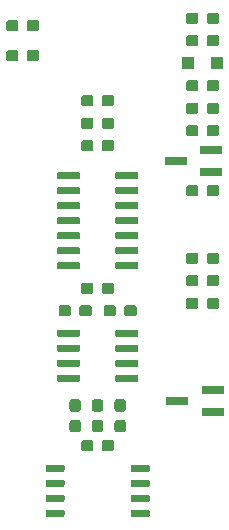
<source format=gbr>
%TF.GenerationSoftware,KiCad,Pcbnew,(5.1.2)-2*%
%TF.CreationDate,2019-08-30T16:56:42-04:00*%
%TF.ProjectId,ButtonInterfaceBoard 0-2,42757474-6f6e-4496-9e74-657266616365,rev?*%
%TF.SameCoordinates,Original*%
%TF.FileFunction,Paste,Top*%
%TF.FilePolarity,Positive*%
%FSLAX46Y46*%
G04 Gerber Fmt 4.6, Leading zero omitted, Abs format (unit mm)*
G04 Created by KiCad (PCBNEW (5.1.2)-2) date 2019-08-30 16:56:42*
%MOMM*%
%LPD*%
G04 APERTURE LIST*
%ADD10C,0.100000*%
%ADD11C,0.950000*%
%ADD12C,0.600000*%
%ADD13R,1.900000X0.800000*%
%ADD14R,1.000000X1.000000*%
G04 APERTURE END LIST*
D10*
G36*
X115005779Y-54771144D02*
G01*
X115028834Y-54774563D01*
X115051443Y-54780227D01*
X115073387Y-54788079D01*
X115094457Y-54798044D01*
X115114448Y-54810026D01*
X115133168Y-54823910D01*
X115150438Y-54839562D01*
X115166090Y-54856832D01*
X115179974Y-54875552D01*
X115191956Y-54895543D01*
X115201921Y-54916613D01*
X115209773Y-54938557D01*
X115215437Y-54961166D01*
X115218856Y-54984221D01*
X115220000Y-55007500D01*
X115220000Y-55482500D01*
X115218856Y-55505779D01*
X115215437Y-55528834D01*
X115209773Y-55551443D01*
X115201921Y-55573387D01*
X115191956Y-55594457D01*
X115179974Y-55614448D01*
X115166090Y-55633168D01*
X115150438Y-55650438D01*
X115133168Y-55666090D01*
X115114448Y-55679974D01*
X115094457Y-55691956D01*
X115073387Y-55701921D01*
X115051443Y-55709773D01*
X115028834Y-55715437D01*
X115005779Y-55718856D01*
X114982500Y-55720000D01*
X114407500Y-55720000D01*
X114384221Y-55718856D01*
X114361166Y-55715437D01*
X114338557Y-55709773D01*
X114316613Y-55701921D01*
X114295543Y-55691956D01*
X114275552Y-55679974D01*
X114256832Y-55666090D01*
X114239562Y-55650438D01*
X114223910Y-55633168D01*
X114210026Y-55614448D01*
X114198044Y-55594457D01*
X114188079Y-55573387D01*
X114180227Y-55551443D01*
X114174563Y-55528834D01*
X114171144Y-55505779D01*
X114170000Y-55482500D01*
X114170000Y-55007500D01*
X114171144Y-54984221D01*
X114174563Y-54961166D01*
X114180227Y-54938557D01*
X114188079Y-54916613D01*
X114198044Y-54895543D01*
X114210026Y-54875552D01*
X114223910Y-54856832D01*
X114239562Y-54839562D01*
X114256832Y-54823910D01*
X114275552Y-54810026D01*
X114295543Y-54798044D01*
X114316613Y-54788079D01*
X114338557Y-54780227D01*
X114361166Y-54774563D01*
X114384221Y-54771144D01*
X114407500Y-54770000D01*
X114982500Y-54770000D01*
X115005779Y-54771144D01*
X115005779Y-54771144D01*
G37*
D11*
X114695000Y-55245000D03*
D10*
G36*
X116755779Y-54771144D02*
G01*
X116778834Y-54774563D01*
X116801443Y-54780227D01*
X116823387Y-54788079D01*
X116844457Y-54798044D01*
X116864448Y-54810026D01*
X116883168Y-54823910D01*
X116900438Y-54839562D01*
X116916090Y-54856832D01*
X116929974Y-54875552D01*
X116941956Y-54895543D01*
X116951921Y-54916613D01*
X116959773Y-54938557D01*
X116965437Y-54961166D01*
X116968856Y-54984221D01*
X116970000Y-55007500D01*
X116970000Y-55482500D01*
X116968856Y-55505779D01*
X116965437Y-55528834D01*
X116959773Y-55551443D01*
X116951921Y-55573387D01*
X116941956Y-55594457D01*
X116929974Y-55614448D01*
X116916090Y-55633168D01*
X116900438Y-55650438D01*
X116883168Y-55666090D01*
X116864448Y-55679974D01*
X116844457Y-55691956D01*
X116823387Y-55701921D01*
X116801443Y-55709773D01*
X116778834Y-55715437D01*
X116755779Y-55718856D01*
X116732500Y-55720000D01*
X116157500Y-55720000D01*
X116134221Y-55718856D01*
X116111166Y-55715437D01*
X116088557Y-55709773D01*
X116066613Y-55701921D01*
X116045543Y-55691956D01*
X116025552Y-55679974D01*
X116006832Y-55666090D01*
X115989562Y-55650438D01*
X115973910Y-55633168D01*
X115960026Y-55614448D01*
X115948044Y-55594457D01*
X115938079Y-55573387D01*
X115930227Y-55551443D01*
X115924563Y-55528834D01*
X115921144Y-55505779D01*
X115920000Y-55482500D01*
X115920000Y-55007500D01*
X115921144Y-54984221D01*
X115924563Y-54961166D01*
X115930227Y-54938557D01*
X115938079Y-54916613D01*
X115948044Y-54895543D01*
X115960026Y-54875552D01*
X115973910Y-54856832D01*
X115989562Y-54839562D01*
X116006832Y-54823910D01*
X116025552Y-54810026D01*
X116045543Y-54798044D01*
X116066613Y-54788079D01*
X116088557Y-54780227D01*
X116111166Y-54774563D01*
X116134221Y-54771144D01*
X116157500Y-54770000D01*
X116732500Y-54770000D01*
X116755779Y-54771144D01*
X116755779Y-54771144D01*
G37*
D11*
X116445000Y-55245000D03*
D10*
G36*
X115005779Y-56676144D02*
G01*
X115028834Y-56679563D01*
X115051443Y-56685227D01*
X115073387Y-56693079D01*
X115094457Y-56703044D01*
X115114448Y-56715026D01*
X115133168Y-56728910D01*
X115150438Y-56744562D01*
X115166090Y-56761832D01*
X115179974Y-56780552D01*
X115191956Y-56800543D01*
X115201921Y-56821613D01*
X115209773Y-56843557D01*
X115215437Y-56866166D01*
X115218856Y-56889221D01*
X115220000Y-56912500D01*
X115220000Y-57387500D01*
X115218856Y-57410779D01*
X115215437Y-57433834D01*
X115209773Y-57456443D01*
X115201921Y-57478387D01*
X115191956Y-57499457D01*
X115179974Y-57519448D01*
X115166090Y-57538168D01*
X115150438Y-57555438D01*
X115133168Y-57571090D01*
X115114448Y-57584974D01*
X115094457Y-57596956D01*
X115073387Y-57606921D01*
X115051443Y-57614773D01*
X115028834Y-57620437D01*
X115005779Y-57623856D01*
X114982500Y-57625000D01*
X114407500Y-57625000D01*
X114384221Y-57623856D01*
X114361166Y-57620437D01*
X114338557Y-57614773D01*
X114316613Y-57606921D01*
X114295543Y-57596956D01*
X114275552Y-57584974D01*
X114256832Y-57571090D01*
X114239562Y-57555438D01*
X114223910Y-57538168D01*
X114210026Y-57519448D01*
X114198044Y-57499457D01*
X114188079Y-57478387D01*
X114180227Y-57456443D01*
X114174563Y-57433834D01*
X114171144Y-57410779D01*
X114170000Y-57387500D01*
X114170000Y-56912500D01*
X114171144Y-56889221D01*
X114174563Y-56866166D01*
X114180227Y-56843557D01*
X114188079Y-56821613D01*
X114198044Y-56800543D01*
X114210026Y-56780552D01*
X114223910Y-56761832D01*
X114239562Y-56744562D01*
X114256832Y-56728910D01*
X114275552Y-56715026D01*
X114295543Y-56703044D01*
X114316613Y-56693079D01*
X114338557Y-56685227D01*
X114361166Y-56679563D01*
X114384221Y-56676144D01*
X114407500Y-56675000D01*
X114982500Y-56675000D01*
X115005779Y-56676144D01*
X115005779Y-56676144D01*
G37*
D11*
X114695000Y-57150000D03*
D10*
G36*
X116755779Y-56676144D02*
G01*
X116778834Y-56679563D01*
X116801443Y-56685227D01*
X116823387Y-56693079D01*
X116844457Y-56703044D01*
X116864448Y-56715026D01*
X116883168Y-56728910D01*
X116900438Y-56744562D01*
X116916090Y-56761832D01*
X116929974Y-56780552D01*
X116941956Y-56800543D01*
X116951921Y-56821613D01*
X116959773Y-56843557D01*
X116965437Y-56866166D01*
X116968856Y-56889221D01*
X116970000Y-56912500D01*
X116970000Y-57387500D01*
X116968856Y-57410779D01*
X116965437Y-57433834D01*
X116959773Y-57456443D01*
X116951921Y-57478387D01*
X116941956Y-57499457D01*
X116929974Y-57519448D01*
X116916090Y-57538168D01*
X116900438Y-57555438D01*
X116883168Y-57571090D01*
X116864448Y-57584974D01*
X116844457Y-57596956D01*
X116823387Y-57606921D01*
X116801443Y-57614773D01*
X116778834Y-57620437D01*
X116755779Y-57623856D01*
X116732500Y-57625000D01*
X116157500Y-57625000D01*
X116134221Y-57623856D01*
X116111166Y-57620437D01*
X116088557Y-57614773D01*
X116066613Y-57606921D01*
X116045543Y-57596956D01*
X116025552Y-57584974D01*
X116006832Y-57571090D01*
X115989562Y-57555438D01*
X115973910Y-57538168D01*
X115960026Y-57519448D01*
X115948044Y-57499457D01*
X115938079Y-57478387D01*
X115930227Y-57456443D01*
X115924563Y-57433834D01*
X115921144Y-57410779D01*
X115920000Y-57387500D01*
X115920000Y-56912500D01*
X115921144Y-56889221D01*
X115924563Y-56866166D01*
X115930227Y-56843557D01*
X115938079Y-56821613D01*
X115948044Y-56800543D01*
X115960026Y-56780552D01*
X115973910Y-56761832D01*
X115989562Y-56744562D01*
X116006832Y-56728910D01*
X116025552Y-56715026D01*
X116045543Y-56703044D01*
X116066613Y-56693079D01*
X116088557Y-56685227D01*
X116111166Y-56679563D01*
X116134221Y-56676144D01*
X116157500Y-56675000D01*
X116732500Y-56675000D01*
X116755779Y-56676144D01*
X116755779Y-56676144D01*
G37*
D11*
X116445000Y-57150000D03*
D10*
G36*
X99765779Y-55406144D02*
G01*
X99788834Y-55409563D01*
X99811443Y-55415227D01*
X99833387Y-55423079D01*
X99854457Y-55433044D01*
X99874448Y-55445026D01*
X99893168Y-55458910D01*
X99910438Y-55474562D01*
X99926090Y-55491832D01*
X99939974Y-55510552D01*
X99951956Y-55530543D01*
X99961921Y-55551613D01*
X99969773Y-55573557D01*
X99975437Y-55596166D01*
X99978856Y-55619221D01*
X99980000Y-55642500D01*
X99980000Y-56117500D01*
X99978856Y-56140779D01*
X99975437Y-56163834D01*
X99969773Y-56186443D01*
X99961921Y-56208387D01*
X99951956Y-56229457D01*
X99939974Y-56249448D01*
X99926090Y-56268168D01*
X99910438Y-56285438D01*
X99893168Y-56301090D01*
X99874448Y-56314974D01*
X99854457Y-56326956D01*
X99833387Y-56336921D01*
X99811443Y-56344773D01*
X99788834Y-56350437D01*
X99765779Y-56353856D01*
X99742500Y-56355000D01*
X99167500Y-56355000D01*
X99144221Y-56353856D01*
X99121166Y-56350437D01*
X99098557Y-56344773D01*
X99076613Y-56336921D01*
X99055543Y-56326956D01*
X99035552Y-56314974D01*
X99016832Y-56301090D01*
X98999562Y-56285438D01*
X98983910Y-56268168D01*
X98970026Y-56249448D01*
X98958044Y-56229457D01*
X98948079Y-56208387D01*
X98940227Y-56186443D01*
X98934563Y-56163834D01*
X98931144Y-56140779D01*
X98930000Y-56117500D01*
X98930000Y-55642500D01*
X98931144Y-55619221D01*
X98934563Y-55596166D01*
X98940227Y-55573557D01*
X98948079Y-55551613D01*
X98958044Y-55530543D01*
X98970026Y-55510552D01*
X98983910Y-55491832D01*
X98999562Y-55474562D01*
X99016832Y-55458910D01*
X99035552Y-55445026D01*
X99055543Y-55433044D01*
X99076613Y-55423079D01*
X99098557Y-55415227D01*
X99121166Y-55409563D01*
X99144221Y-55406144D01*
X99167500Y-55405000D01*
X99742500Y-55405000D01*
X99765779Y-55406144D01*
X99765779Y-55406144D01*
G37*
D11*
X99455000Y-55880000D03*
D10*
G36*
X101515779Y-55406144D02*
G01*
X101538834Y-55409563D01*
X101561443Y-55415227D01*
X101583387Y-55423079D01*
X101604457Y-55433044D01*
X101624448Y-55445026D01*
X101643168Y-55458910D01*
X101660438Y-55474562D01*
X101676090Y-55491832D01*
X101689974Y-55510552D01*
X101701956Y-55530543D01*
X101711921Y-55551613D01*
X101719773Y-55573557D01*
X101725437Y-55596166D01*
X101728856Y-55619221D01*
X101730000Y-55642500D01*
X101730000Y-56117500D01*
X101728856Y-56140779D01*
X101725437Y-56163834D01*
X101719773Y-56186443D01*
X101711921Y-56208387D01*
X101701956Y-56229457D01*
X101689974Y-56249448D01*
X101676090Y-56268168D01*
X101660438Y-56285438D01*
X101643168Y-56301090D01*
X101624448Y-56314974D01*
X101604457Y-56326956D01*
X101583387Y-56336921D01*
X101561443Y-56344773D01*
X101538834Y-56350437D01*
X101515779Y-56353856D01*
X101492500Y-56355000D01*
X100917500Y-56355000D01*
X100894221Y-56353856D01*
X100871166Y-56350437D01*
X100848557Y-56344773D01*
X100826613Y-56336921D01*
X100805543Y-56326956D01*
X100785552Y-56314974D01*
X100766832Y-56301090D01*
X100749562Y-56285438D01*
X100733910Y-56268168D01*
X100720026Y-56249448D01*
X100708044Y-56229457D01*
X100698079Y-56208387D01*
X100690227Y-56186443D01*
X100684563Y-56163834D01*
X100681144Y-56140779D01*
X100680000Y-56117500D01*
X100680000Y-55642500D01*
X100681144Y-55619221D01*
X100684563Y-55596166D01*
X100690227Y-55573557D01*
X100698079Y-55551613D01*
X100708044Y-55530543D01*
X100720026Y-55510552D01*
X100733910Y-55491832D01*
X100749562Y-55474562D01*
X100766832Y-55458910D01*
X100785552Y-55445026D01*
X100805543Y-55433044D01*
X100826613Y-55423079D01*
X100848557Y-55415227D01*
X100871166Y-55409563D01*
X100894221Y-55406144D01*
X100917500Y-55405000D01*
X101492500Y-55405000D01*
X101515779Y-55406144D01*
X101515779Y-55406144D01*
G37*
D11*
X101205000Y-55880000D03*
D10*
G36*
X99765779Y-57946144D02*
G01*
X99788834Y-57949563D01*
X99811443Y-57955227D01*
X99833387Y-57963079D01*
X99854457Y-57973044D01*
X99874448Y-57985026D01*
X99893168Y-57998910D01*
X99910438Y-58014562D01*
X99926090Y-58031832D01*
X99939974Y-58050552D01*
X99951956Y-58070543D01*
X99961921Y-58091613D01*
X99969773Y-58113557D01*
X99975437Y-58136166D01*
X99978856Y-58159221D01*
X99980000Y-58182500D01*
X99980000Y-58657500D01*
X99978856Y-58680779D01*
X99975437Y-58703834D01*
X99969773Y-58726443D01*
X99961921Y-58748387D01*
X99951956Y-58769457D01*
X99939974Y-58789448D01*
X99926090Y-58808168D01*
X99910438Y-58825438D01*
X99893168Y-58841090D01*
X99874448Y-58854974D01*
X99854457Y-58866956D01*
X99833387Y-58876921D01*
X99811443Y-58884773D01*
X99788834Y-58890437D01*
X99765779Y-58893856D01*
X99742500Y-58895000D01*
X99167500Y-58895000D01*
X99144221Y-58893856D01*
X99121166Y-58890437D01*
X99098557Y-58884773D01*
X99076613Y-58876921D01*
X99055543Y-58866956D01*
X99035552Y-58854974D01*
X99016832Y-58841090D01*
X98999562Y-58825438D01*
X98983910Y-58808168D01*
X98970026Y-58789448D01*
X98958044Y-58769457D01*
X98948079Y-58748387D01*
X98940227Y-58726443D01*
X98934563Y-58703834D01*
X98931144Y-58680779D01*
X98930000Y-58657500D01*
X98930000Y-58182500D01*
X98931144Y-58159221D01*
X98934563Y-58136166D01*
X98940227Y-58113557D01*
X98948079Y-58091613D01*
X98958044Y-58070543D01*
X98970026Y-58050552D01*
X98983910Y-58031832D01*
X98999562Y-58014562D01*
X99016832Y-57998910D01*
X99035552Y-57985026D01*
X99055543Y-57973044D01*
X99076613Y-57963079D01*
X99098557Y-57955227D01*
X99121166Y-57949563D01*
X99144221Y-57946144D01*
X99167500Y-57945000D01*
X99742500Y-57945000D01*
X99765779Y-57946144D01*
X99765779Y-57946144D01*
G37*
D11*
X99455000Y-58420000D03*
D10*
G36*
X101515779Y-57946144D02*
G01*
X101538834Y-57949563D01*
X101561443Y-57955227D01*
X101583387Y-57963079D01*
X101604457Y-57973044D01*
X101624448Y-57985026D01*
X101643168Y-57998910D01*
X101660438Y-58014562D01*
X101676090Y-58031832D01*
X101689974Y-58050552D01*
X101701956Y-58070543D01*
X101711921Y-58091613D01*
X101719773Y-58113557D01*
X101725437Y-58136166D01*
X101728856Y-58159221D01*
X101730000Y-58182500D01*
X101730000Y-58657500D01*
X101728856Y-58680779D01*
X101725437Y-58703834D01*
X101719773Y-58726443D01*
X101711921Y-58748387D01*
X101701956Y-58769457D01*
X101689974Y-58789448D01*
X101676090Y-58808168D01*
X101660438Y-58825438D01*
X101643168Y-58841090D01*
X101624448Y-58854974D01*
X101604457Y-58866956D01*
X101583387Y-58876921D01*
X101561443Y-58884773D01*
X101538834Y-58890437D01*
X101515779Y-58893856D01*
X101492500Y-58895000D01*
X100917500Y-58895000D01*
X100894221Y-58893856D01*
X100871166Y-58890437D01*
X100848557Y-58884773D01*
X100826613Y-58876921D01*
X100805543Y-58866956D01*
X100785552Y-58854974D01*
X100766832Y-58841090D01*
X100749562Y-58825438D01*
X100733910Y-58808168D01*
X100720026Y-58789448D01*
X100708044Y-58769457D01*
X100698079Y-58748387D01*
X100690227Y-58726443D01*
X100684563Y-58703834D01*
X100681144Y-58680779D01*
X100680000Y-58657500D01*
X100680000Y-58182500D01*
X100681144Y-58159221D01*
X100684563Y-58136166D01*
X100690227Y-58113557D01*
X100698079Y-58091613D01*
X100708044Y-58070543D01*
X100720026Y-58050552D01*
X100733910Y-58031832D01*
X100749562Y-58014562D01*
X100766832Y-57998910D01*
X100785552Y-57985026D01*
X100805543Y-57973044D01*
X100826613Y-57963079D01*
X100848557Y-57955227D01*
X100871166Y-57949563D01*
X100894221Y-57946144D01*
X100917500Y-57945000D01*
X101492500Y-57945000D01*
X101515779Y-57946144D01*
X101515779Y-57946144D01*
G37*
D11*
X101205000Y-58420000D03*
D10*
G36*
X105044703Y-81615722D02*
G01*
X105059264Y-81617882D01*
X105073543Y-81621459D01*
X105087403Y-81626418D01*
X105100710Y-81632712D01*
X105113336Y-81640280D01*
X105125159Y-81649048D01*
X105136066Y-81658934D01*
X105145952Y-81669841D01*
X105154720Y-81681664D01*
X105162288Y-81694290D01*
X105168582Y-81707597D01*
X105173541Y-81721457D01*
X105177118Y-81735736D01*
X105179278Y-81750297D01*
X105180000Y-81765000D01*
X105180000Y-82065000D01*
X105179278Y-82079703D01*
X105177118Y-82094264D01*
X105173541Y-82108543D01*
X105168582Y-82122403D01*
X105162288Y-82135710D01*
X105154720Y-82148336D01*
X105145952Y-82160159D01*
X105136066Y-82171066D01*
X105125159Y-82180952D01*
X105113336Y-82189720D01*
X105100710Y-82197288D01*
X105087403Y-82203582D01*
X105073543Y-82208541D01*
X105059264Y-82212118D01*
X105044703Y-82214278D01*
X105030000Y-82215000D01*
X103380000Y-82215000D01*
X103365297Y-82214278D01*
X103350736Y-82212118D01*
X103336457Y-82208541D01*
X103322597Y-82203582D01*
X103309290Y-82197288D01*
X103296664Y-82189720D01*
X103284841Y-82180952D01*
X103273934Y-82171066D01*
X103264048Y-82160159D01*
X103255280Y-82148336D01*
X103247712Y-82135710D01*
X103241418Y-82122403D01*
X103236459Y-82108543D01*
X103232882Y-82094264D01*
X103230722Y-82079703D01*
X103230000Y-82065000D01*
X103230000Y-81765000D01*
X103230722Y-81750297D01*
X103232882Y-81735736D01*
X103236459Y-81721457D01*
X103241418Y-81707597D01*
X103247712Y-81694290D01*
X103255280Y-81681664D01*
X103264048Y-81669841D01*
X103273934Y-81658934D01*
X103284841Y-81649048D01*
X103296664Y-81640280D01*
X103309290Y-81632712D01*
X103322597Y-81626418D01*
X103336457Y-81621459D01*
X103350736Y-81617882D01*
X103365297Y-81615722D01*
X103380000Y-81615000D01*
X105030000Y-81615000D01*
X105044703Y-81615722D01*
X105044703Y-81615722D01*
G37*
D12*
X104205000Y-81915000D03*
D10*
G36*
X105044703Y-82885722D02*
G01*
X105059264Y-82887882D01*
X105073543Y-82891459D01*
X105087403Y-82896418D01*
X105100710Y-82902712D01*
X105113336Y-82910280D01*
X105125159Y-82919048D01*
X105136066Y-82928934D01*
X105145952Y-82939841D01*
X105154720Y-82951664D01*
X105162288Y-82964290D01*
X105168582Y-82977597D01*
X105173541Y-82991457D01*
X105177118Y-83005736D01*
X105179278Y-83020297D01*
X105180000Y-83035000D01*
X105180000Y-83335000D01*
X105179278Y-83349703D01*
X105177118Y-83364264D01*
X105173541Y-83378543D01*
X105168582Y-83392403D01*
X105162288Y-83405710D01*
X105154720Y-83418336D01*
X105145952Y-83430159D01*
X105136066Y-83441066D01*
X105125159Y-83450952D01*
X105113336Y-83459720D01*
X105100710Y-83467288D01*
X105087403Y-83473582D01*
X105073543Y-83478541D01*
X105059264Y-83482118D01*
X105044703Y-83484278D01*
X105030000Y-83485000D01*
X103380000Y-83485000D01*
X103365297Y-83484278D01*
X103350736Y-83482118D01*
X103336457Y-83478541D01*
X103322597Y-83473582D01*
X103309290Y-83467288D01*
X103296664Y-83459720D01*
X103284841Y-83450952D01*
X103273934Y-83441066D01*
X103264048Y-83430159D01*
X103255280Y-83418336D01*
X103247712Y-83405710D01*
X103241418Y-83392403D01*
X103236459Y-83378543D01*
X103232882Y-83364264D01*
X103230722Y-83349703D01*
X103230000Y-83335000D01*
X103230000Y-83035000D01*
X103230722Y-83020297D01*
X103232882Y-83005736D01*
X103236459Y-82991457D01*
X103241418Y-82977597D01*
X103247712Y-82964290D01*
X103255280Y-82951664D01*
X103264048Y-82939841D01*
X103273934Y-82928934D01*
X103284841Y-82919048D01*
X103296664Y-82910280D01*
X103309290Y-82902712D01*
X103322597Y-82896418D01*
X103336457Y-82891459D01*
X103350736Y-82887882D01*
X103365297Y-82885722D01*
X103380000Y-82885000D01*
X105030000Y-82885000D01*
X105044703Y-82885722D01*
X105044703Y-82885722D01*
G37*
D12*
X104205000Y-83185000D03*
D10*
G36*
X105044703Y-84155722D02*
G01*
X105059264Y-84157882D01*
X105073543Y-84161459D01*
X105087403Y-84166418D01*
X105100710Y-84172712D01*
X105113336Y-84180280D01*
X105125159Y-84189048D01*
X105136066Y-84198934D01*
X105145952Y-84209841D01*
X105154720Y-84221664D01*
X105162288Y-84234290D01*
X105168582Y-84247597D01*
X105173541Y-84261457D01*
X105177118Y-84275736D01*
X105179278Y-84290297D01*
X105180000Y-84305000D01*
X105180000Y-84605000D01*
X105179278Y-84619703D01*
X105177118Y-84634264D01*
X105173541Y-84648543D01*
X105168582Y-84662403D01*
X105162288Y-84675710D01*
X105154720Y-84688336D01*
X105145952Y-84700159D01*
X105136066Y-84711066D01*
X105125159Y-84720952D01*
X105113336Y-84729720D01*
X105100710Y-84737288D01*
X105087403Y-84743582D01*
X105073543Y-84748541D01*
X105059264Y-84752118D01*
X105044703Y-84754278D01*
X105030000Y-84755000D01*
X103380000Y-84755000D01*
X103365297Y-84754278D01*
X103350736Y-84752118D01*
X103336457Y-84748541D01*
X103322597Y-84743582D01*
X103309290Y-84737288D01*
X103296664Y-84729720D01*
X103284841Y-84720952D01*
X103273934Y-84711066D01*
X103264048Y-84700159D01*
X103255280Y-84688336D01*
X103247712Y-84675710D01*
X103241418Y-84662403D01*
X103236459Y-84648543D01*
X103232882Y-84634264D01*
X103230722Y-84619703D01*
X103230000Y-84605000D01*
X103230000Y-84305000D01*
X103230722Y-84290297D01*
X103232882Y-84275736D01*
X103236459Y-84261457D01*
X103241418Y-84247597D01*
X103247712Y-84234290D01*
X103255280Y-84221664D01*
X103264048Y-84209841D01*
X103273934Y-84198934D01*
X103284841Y-84189048D01*
X103296664Y-84180280D01*
X103309290Y-84172712D01*
X103322597Y-84166418D01*
X103336457Y-84161459D01*
X103350736Y-84157882D01*
X103365297Y-84155722D01*
X103380000Y-84155000D01*
X105030000Y-84155000D01*
X105044703Y-84155722D01*
X105044703Y-84155722D01*
G37*
D12*
X104205000Y-84455000D03*
D10*
G36*
X105044703Y-85425722D02*
G01*
X105059264Y-85427882D01*
X105073543Y-85431459D01*
X105087403Y-85436418D01*
X105100710Y-85442712D01*
X105113336Y-85450280D01*
X105125159Y-85459048D01*
X105136066Y-85468934D01*
X105145952Y-85479841D01*
X105154720Y-85491664D01*
X105162288Y-85504290D01*
X105168582Y-85517597D01*
X105173541Y-85531457D01*
X105177118Y-85545736D01*
X105179278Y-85560297D01*
X105180000Y-85575000D01*
X105180000Y-85875000D01*
X105179278Y-85889703D01*
X105177118Y-85904264D01*
X105173541Y-85918543D01*
X105168582Y-85932403D01*
X105162288Y-85945710D01*
X105154720Y-85958336D01*
X105145952Y-85970159D01*
X105136066Y-85981066D01*
X105125159Y-85990952D01*
X105113336Y-85999720D01*
X105100710Y-86007288D01*
X105087403Y-86013582D01*
X105073543Y-86018541D01*
X105059264Y-86022118D01*
X105044703Y-86024278D01*
X105030000Y-86025000D01*
X103380000Y-86025000D01*
X103365297Y-86024278D01*
X103350736Y-86022118D01*
X103336457Y-86018541D01*
X103322597Y-86013582D01*
X103309290Y-86007288D01*
X103296664Y-85999720D01*
X103284841Y-85990952D01*
X103273934Y-85981066D01*
X103264048Y-85970159D01*
X103255280Y-85958336D01*
X103247712Y-85945710D01*
X103241418Y-85932403D01*
X103236459Y-85918543D01*
X103232882Y-85904264D01*
X103230722Y-85889703D01*
X103230000Y-85875000D01*
X103230000Y-85575000D01*
X103230722Y-85560297D01*
X103232882Y-85545736D01*
X103236459Y-85531457D01*
X103241418Y-85517597D01*
X103247712Y-85504290D01*
X103255280Y-85491664D01*
X103264048Y-85479841D01*
X103273934Y-85468934D01*
X103284841Y-85459048D01*
X103296664Y-85450280D01*
X103309290Y-85442712D01*
X103322597Y-85436418D01*
X103336457Y-85431459D01*
X103350736Y-85427882D01*
X103365297Y-85425722D01*
X103380000Y-85425000D01*
X105030000Y-85425000D01*
X105044703Y-85425722D01*
X105044703Y-85425722D01*
G37*
D12*
X104205000Y-85725000D03*
D10*
G36*
X109994703Y-85425722D02*
G01*
X110009264Y-85427882D01*
X110023543Y-85431459D01*
X110037403Y-85436418D01*
X110050710Y-85442712D01*
X110063336Y-85450280D01*
X110075159Y-85459048D01*
X110086066Y-85468934D01*
X110095952Y-85479841D01*
X110104720Y-85491664D01*
X110112288Y-85504290D01*
X110118582Y-85517597D01*
X110123541Y-85531457D01*
X110127118Y-85545736D01*
X110129278Y-85560297D01*
X110130000Y-85575000D01*
X110130000Y-85875000D01*
X110129278Y-85889703D01*
X110127118Y-85904264D01*
X110123541Y-85918543D01*
X110118582Y-85932403D01*
X110112288Y-85945710D01*
X110104720Y-85958336D01*
X110095952Y-85970159D01*
X110086066Y-85981066D01*
X110075159Y-85990952D01*
X110063336Y-85999720D01*
X110050710Y-86007288D01*
X110037403Y-86013582D01*
X110023543Y-86018541D01*
X110009264Y-86022118D01*
X109994703Y-86024278D01*
X109980000Y-86025000D01*
X108330000Y-86025000D01*
X108315297Y-86024278D01*
X108300736Y-86022118D01*
X108286457Y-86018541D01*
X108272597Y-86013582D01*
X108259290Y-86007288D01*
X108246664Y-85999720D01*
X108234841Y-85990952D01*
X108223934Y-85981066D01*
X108214048Y-85970159D01*
X108205280Y-85958336D01*
X108197712Y-85945710D01*
X108191418Y-85932403D01*
X108186459Y-85918543D01*
X108182882Y-85904264D01*
X108180722Y-85889703D01*
X108180000Y-85875000D01*
X108180000Y-85575000D01*
X108180722Y-85560297D01*
X108182882Y-85545736D01*
X108186459Y-85531457D01*
X108191418Y-85517597D01*
X108197712Y-85504290D01*
X108205280Y-85491664D01*
X108214048Y-85479841D01*
X108223934Y-85468934D01*
X108234841Y-85459048D01*
X108246664Y-85450280D01*
X108259290Y-85442712D01*
X108272597Y-85436418D01*
X108286457Y-85431459D01*
X108300736Y-85427882D01*
X108315297Y-85425722D01*
X108330000Y-85425000D01*
X109980000Y-85425000D01*
X109994703Y-85425722D01*
X109994703Y-85425722D01*
G37*
D12*
X109155000Y-85725000D03*
D10*
G36*
X109994703Y-84155722D02*
G01*
X110009264Y-84157882D01*
X110023543Y-84161459D01*
X110037403Y-84166418D01*
X110050710Y-84172712D01*
X110063336Y-84180280D01*
X110075159Y-84189048D01*
X110086066Y-84198934D01*
X110095952Y-84209841D01*
X110104720Y-84221664D01*
X110112288Y-84234290D01*
X110118582Y-84247597D01*
X110123541Y-84261457D01*
X110127118Y-84275736D01*
X110129278Y-84290297D01*
X110130000Y-84305000D01*
X110130000Y-84605000D01*
X110129278Y-84619703D01*
X110127118Y-84634264D01*
X110123541Y-84648543D01*
X110118582Y-84662403D01*
X110112288Y-84675710D01*
X110104720Y-84688336D01*
X110095952Y-84700159D01*
X110086066Y-84711066D01*
X110075159Y-84720952D01*
X110063336Y-84729720D01*
X110050710Y-84737288D01*
X110037403Y-84743582D01*
X110023543Y-84748541D01*
X110009264Y-84752118D01*
X109994703Y-84754278D01*
X109980000Y-84755000D01*
X108330000Y-84755000D01*
X108315297Y-84754278D01*
X108300736Y-84752118D01*
X108286457Y-84748541D01*
X108272597Y-84743582D01*
X108259290Y-84737288D01*
X108246664Y-84729720D01*
X108234841Y-84720952D01*
X108223934Y-84711066D01*
X108214048Y-84700159D01*
X108205280Y-84688336D01*
X108197712Y-84675710D01*
X108191418Y-84662403D01*
X108186459Y-84648543D01*
X108182882Y-84634264D01*
X108180722Y-84619703D01*
X108180000Y-84605000D01*
X108180000Y-84305000D01*
X108180722Y-84290297D01*
X108182882Y-84275736D01*
X108186459Y-84261457D01*
X108191418Y-84247597D01*
X108197712Y-84234290D01*
X108205280Y-84221664D01*
X108214048Y-84209841D01*
X108223934Y-84198934D01*
X108234841Y-84189048D01*
X108246664Y-84180280D01*
X108259290Y-84172712D01*
X108272597Y-84166418D01*
X108286457Y-84161459D01*
X108300736Y-84157882D01*
X108315297Y-84155722D01*
X108330000Y-84155000D01*
X109980000Y-84155000D01*
X109994703Y-84155722D01*
X109994703Y-84155722D01*
G37*
D12*
X109155000Y-84455000D03*
D10*
G36*
X109994703Y-82885722D02*
G01*
X110009264Y-82887882D01*
X110023543Y-82891459D01*
X110037403Y-82896418D01*
X110050710Y-82902712D01*
X110063336Y-82910280D01*
X110075159Y-82919048D01*
X110086066Y-82928934D01*
X110095952Y-82939841D01*
X110104720Y-82951664D01*
X110112288Y-82964290D01*
X110118582Y-82977597D01*
X110123541Y-82991457D01*
X110127118Y-83005736D01*
X110129278Y-83020297D01*
X110130000Y-83035000D01*
X110130000Y-83335000D01*
X110129278Y-83349703D01*
X110127118Y-83364264D01*
X110123541Y-83378543D01*
X110118582Y-83392403D01*
X110112288Y-83405710D01*
X110104720Y-83418336D01*
X110095952Y-83430159D01*
X110086066Y-83441066D01*
X110075159Y-83450952D01*
X110063336Y-83459720D01*
X110050710Y-83467288D01*
X110037403Y-83473582D01*
X110023543Y-83478541D01*
X110009264Y-83482118D01*
X109994703Y-83484278D01*
X109980000Y-83485000D01*
X108330000Y-83485000D01*
X108315297Y-83484278D01*
X108300736Y-83482118D01*
X108286457Y-83478541D01*
X108272597Y-83473582D01*
X108259290Y-83467288D01*
X108246664Y-83459720D01*
X108234841Y-83450952D01*
X108223934Y-83441066D01*
X108214048Y-83430159D01*
X108205280Y-83418336D01*
X108197712Y-83405710D01*
X108191418Y-83392403D01*
X108186459Y-83378543D01*
X108182882Y-83364264D01*
X108180722Y-83349703D01*
X108180000Y-83335000D01*
X108180000Y-83035000D01*
X108180722Y-83020297D01*
X108182882Y-83005736D01*
X108186459Y-82991457D01*
X108191418Y-82977597D01*
X108197712Y-82964290D01*
X108205280Y-82951664D01*
X108214048Y-82939841D01*
X108223934Y-82928934D01*
X108234841Y-82919048D01*
X108246664Y-82910280D01*
X108259290Y-82902712D01*
X108272597Y-82896418D01*
X108286457Y-82891459D01*
X108300736Y-82887882D01*
X108315297Y-82885722D01*
X108330000Y-82885000D01*
X109980000Y-82885000D01*
X109994703Y-82885722D01*
X109994703Y-82885722D01*
G37*
D12*
X109155000Y-83185000D03*
D10*
G36*
X109994703Y-81615722D02*
G01*
X110009264Y-81617882D01*
X110023543Y-81621459D01*
X110037403Y-81626418D01*
X110050710Y-81632712D01*
X110063336Y-81640280D01*
X110075159Y-81649048D01*
X110086066Y-81658934D01*
X110095952Y-81669841D01*
X110104720Y-81681664D01*
X110112288Y-81694290D01*
X110118582Y-81707597D01*
X110123541Y-81721457D01*
X110127118Y-81735736D01*
X110129278Y-81750297D01*
X110130000Y-81765000D01*
X110130000Y-82065000D01*
X110129278Y-82079703D01*
X110127118Y-82094264D01*
X110123541Y-82108543D01*
X110118582Y-82122403D01*
X110112288Y-82135710D01*
X110104720Y-82148336D01*
X110095952Y-82160159D01*
X110086066Y-82171066D01*
X110075159Y-82180952D01*
X110063336Y-82189720D01*
X110050710Y-82197288D01*
X110037403Y-82203582D01*
X110023543Y-82208541D01*
X110009264Y-82212118D01*
X109994703Y-82214278D01*
X109980000Y-82215000D01*
X108330000Y-82215000D01*
X108315297Y-82214278D01*
X108300736Y-82212118D01*
X108286457Y-82208541D01*
X108272597Y-82203582D01*
X108259290Y-82197288D01*
X108246664Y-82189720D01*
X108234841Y-82180952D01*
X108223934Y-82171066D01*
X108214048Y-82160159D01*
X108205280Y-82148336D01*
X108197712Y-82135710D01*
X108191418Y-82122403D01*
X108186459Y-82108543D01*
X108182882Y-82094264D01*
X108180722Y-82079703D01*
X108180000Y-82065000D01*
X108180000Y-81765000D01*
X108180722Y-81750297D01*
X108182882Y-81735736D01*
X108186459Y-81721457D01*
X108191418Y-81707597D01*
X108197712Y-81694290D01*
X108205280Y-81681664D01*
X108214048Y-81669841D01*
X108223934Y-81658934D01*
X108234841Y-81649048D01*
X108246664Y-81640280D01*
X108259290Y-81632712D01*
X108272597Y-81626418D01*
X108286457Y-81621459D01*
X108300736Y-81617882D01*
X108315297Y-81615722D01*
X108330000Y-81615000D01*
X109980000Y-81615000D01*
X109994703Y-81615722D01*
X109994703Y-81615722D01*
G37*
D12*
X109155000Y-81915000D03*
D10*
G36*
X105044703Y-68280722D02*
G01*
X105059264Y-68282882D01*
X105073543Y-68286459D01*
X105087403Y-68291418D01*
X105100710Y-68297712D01*
X105113336Y-68305280D01*
X105125159Y-68314048D01*
X105136066Y-68323934D01*
X105145952Y-68334841D01*
X105154720Y-68346664D01*
X105162288Y-68359290D01*
X105168582Y-68372597D01*
X105173541Y-68386457D01*
X105177118Y-68400736D01*
X105179278Y-68415297D01*
X105180000Y-68430000D01*
X105180000Y-68730000D01*
X105179278Y-68744703D01*
X105177118Y-68759264D01*
X105173541Y-68773543D01*
X105168582Y-68787403D01*
X105162288Y-68800710D01*
X105154720Y-68813336D01*
X105145952Y-68825159D01*
X105136066Y-68836066D01*
X105125159Y-68845952D01*
X105113336Y-68854720D01*
X105100710Y-68862288D01*
X105087403Y-68868582D01*
X105073543Y-68873541D01*
X105059264Y-68877118D01*
X105044703Y-68879278D01*
X105030000Y-68880000D01*
X103380000Y-68880000D01*
X103365297Y-68879278D01*
X103350736Y-68877118D01*
X103336457Y-68873541D01*
X103322597Y-68868582D01*
X103309290Y-68862288D01*
X103296664Y-68854720D01*
X103284841Y-68845952D01*
X103273934Y-68836066D01*
X103264048Y-68825159D01*
X103255280Y-68813336D01*
X103247712Y-68800710D01*
X103241418Y-68787403D01*
X103236459Y-68773543D01*
X103232882Y-68759264D01*
X103230722Y-68744703D01*
X103230000Y-68730000D01*
X103230000Y-68430000D01*
X103230722Y-68415297D01*
X103232882Y-68400736D01*
X103236459Y-68386457D01*
X103241418Y-68372597D01*
X103247712Y-68359290D01*
X103255280Y-68346664D01*
X103264048Y-68334841D01*
X103273934Y-68323934D01*
X103284841Y-68314048D01*
X103296664Y-68305280D01*
X103309290Y-68297712D01*
X103322597Y-68291418D01*
X103336457Y-68286459D01*
X103350736Y-68282882D01*
X103365297Y-68280722D01*
X103380000Y-68280000D01*
X105030000Y-68280000D01*
X105044703Y-68280722D01*
X105044703Y-68280722D01*
G37*
D12*
X104205000Y-68580000D03*
D10*
G36*
X105044703Y-69550722D02*
G01*
X105059264Y-69552882D01*
X105073543Y-69556459D01*
X105087403Y-69561418D01*
X105100710Y-69567712D01*
X105113336Y-69575280D01*
X105125159Y-69584048D01*
X105136066Y-69593934D01*
X105145952Y-69604841D01*
X105154720Y-69616664D01*
X105162288Y-69629290D01*
X105168582Y-69642597D01*
X105173541Y-69656457D01*
X105177118Y-69670736D01*
X105179278Y-69685297D01*
X105180000Y-69700000D01*
X105180000Y-70000000D01*
X105179278Y-70014703D01*
X105177118Y-70029264D01*
X105173541Y-70043543D01*
X105168582Y-70057403D01*
X105162288Y-70070710D01*
X105154720Y-70083336D01*
X105145952Y-70095159D01*
X105136066Y-70106066D01*
X105125159Y-70115952D01*
X105113336Y-70124720D01*
X105100710Y-70132288D01*
X105087403Y-70138582D01*
X105073543Y-70143541D01*
X105059264Y-70147118D01*
X105044703Y-70149278D01*
X105030000Y-70150000D01*
X103380000Y-70150000D01*
X103365297Y-70149278D01*
X103350736Y-70147118D01*
X103336457Y-70143541D01*
X103322597Y-70138582D01*
X103309290Y-70132288D01*
X103296664Y-70124720D01*
X103284841Y-70115952D01*
X103273934Y-70106066D01*
X103264048Y-70095159D01*
X103255280Y-70083336D01*
X103247712Y-70070710D01*
X103241418Y-70057403D01*
X103236459Y-70043543D01*
X103232882Y-70029264D01*
X103230722Y-70014703D01*
X103230000Y-70000000D01*
X103230000Y-69700000D01*
X103230722Y-69685297D01*
X103232882Y-69670736D01*
X103236459Y-69656457D01*
X103241418Y-69642597D01*
X103247712Y-69629290D01*
X103255280Y-69616664D01*
X103264048Y-69604841D01*
X103273934Y-69593934D01*
X103284841Y-69584048D01*
X103296664Y-69575280D01*
X103309290Y-69567712D01*
X103322597Y-69561418D01*
X103336457Y-69556459D01*
X103350736Y-69552882D01*
X103365297Y-69550722D01*
X103380000Y-69550000D01*
X105030000Y-69550000D01*
X105044703Y-69550722D01*
X105044703Y-69550722D01*
G37*
D12*
X104205000Y-69850000D03*
D10*
G36*
X105044703Y-70820722D02*
G01*
X105059264Y-70822882D01*
X105073543Y-70826459D01*
X105087403Y-70831418D01*
X105100710Y-70837712D01*
X105113336Y-70845280D01*
X105125159Y-70854048D01*
X105136066Y-70863934D01*
X105145952Y-70874841D01*
X105154720Y-70886664D01*
X105162288Y-70899290D01*
X105168582Y-70912597D01*
X105173541Y-70926457D01*
X105177118Y-70940736D01*
X105179278Y-70955297D01*
X105180000Y-70970000D01*
X105180000Y-71270000D01*
X105179278Y-71284703D01*
X105177118Y-71299264D01*
X105173541Y-71313543D01*
X105168582Y-71327403D01*
X105162288Y-71340710D01*
X105154720Y-71353336D01*
X105145952Y-71365159D01*
X105136066Y-71376066D01*
X105125159Y-71385952D01*
X105113336Y-71394720D01*
X105100710Y-71402288D01*
X105087403Y-71408582D01*
X105073543Y-71413541D01*
X105059264Y-71417118D01*
X105044703Y-71419278D01*
X105030000Y-71420000D01*
X103380000Y-71420000D01*
X103365297Y-71419278D01*
X103350736Y-71417118D01*
X103336457Y-71413541D01*
X103322597Y-71408582D01*
X103309290Y-71402288D01*
X103296664Y-71394720D01*
X103284841Y-71385952D01*
X103273934Y-71376066D01*
X103264048Y-71365159D01*
X103255280Y-71353336D01*
X103247712Y-71340710D01*
X103241418Y-71327403D01*
X103236459Y-71313543D01*
X103232882Y-71299264D01*
X103230722Y-71284703D01*
X103230000Y-71270000D01*
X103230000Y-70970000D01*
X103230722Y-70955297D01*
X103232882Y-70940736D01*
X103236459Y-70926457D01*
X103241418Y-70912597D01*
X103247712Y-70899290D01*
X103255280Y-70886664D01*
X103264048Y-70874841D01*
X103273934Y-70863934D01*
X103284841Y-70854048D01*
X103296664Y-70845280D01*
X103309290Y-70837712D01*
X103322597Y-70831418D01*
X103336457Y-70826459D01*
X103350736Y-70822882D01*
X103365297Y-70820722D01*
X103380000Y-70820000D01*
X105030000Y-70820000D01*
X105044703Y-70820722D01*
X105044703Y-70820722D01*
G37*
D12*
X104205000Y-71120000D03*
D10*
G36*
X105044703Y-72090722D02*
G01*
X105059264Y-72092882D01*
X105073543Y-72096459D01*
X105087403Y-72101418D01*
X105100710Y-72107712D01*
X105113336Y-72115280D01*
X105125159Y-72124048D01*
X105136066Y-72133934D01*
X105145952Y-72144841D01*
X105154720Y-72156664D01*
X105162288Y-72169290D01*
X105168582Y-72182597D01*
X105173541Y-72196457D01*
X105177118Y-72210736D01*
X105179278Y-72225297D01*
X105180000Y-72240000D01*
X105180000Y-72540000D01*
X105179278Y-72554703D01*
X105177118Y-72569264D01*
X105173541Y-72583543D01*
X105168582Y-72597403D01*
X105162288Y-72610710D01*
X105154720Y-72623336D01*
X105145952Y-72635159D01*
X105136066Y-72646066D01*
X105125159Y-72655952D01*
X105113336Y-72664720D01*
X105100710Y-72672288D01*
X105087403Y-72678582D01*
X105073543Y-72683541D01*
X105059264Y-72687118D01*
X105044703Y-72689278D01*
X105030000Y-72690000D01*
X103380000Y-72690000D01*
X103365297Y-72689278D01*
X103350736Y-72687118D01*
X103336457Y-72683541D01*
X103322597Y-72678582D01*
X103309290Y-72672288D01*
X103296664Y-72664720D01*
X103284841Y-72655952D01*
X103273934Y-72646066D01*
X103264048Y-72635159D01*
X103255280Y-72623336D01*
X103247712Y-72610710D01*
X103241418Y-72597403D01*
X103236459Y-72583543D01*
X103232882Y-72569264D01*
X103230722Y-72554703D01*
X103230000Y-72540000D01*
X103230000Y-72240000D01*
X103230722Y-72225297D01*
X103232882Y-72210736D01*
X103236459Y-72196457D01*
X103241418Y-72182597D01*
X103247712Y-72169290D01*
X103255280Y-72156664D01*
X103264048Y-72144841D01*
X103273934Y-72133934D01*
X103284841Y-72124048D01*
X103296664Y-72115280D01*
X103309290Y-72107712D01*
X103322597Y-72101418D01*
X103336457Y-72096459D01*
X103350736Y-72092882D01*
X103365297Y-72090722D01*
X103380000Y-72090000D01*
X105030000Y-72090000D01*
X105044703Y-72090722D01*
X105044703Y-72090722D01*
G37*
D12*
X104205000Y-72390000D03*
D10*
G36*
X105044703Y-73360722D02*
G01*
X105059264Y-73362882D01*
X105073543Y-73366459D01*
X105087403Y-73371418D01*
X105100710Y-73377712D01*
X105113336Y-73385280D01*
X105125159Y-73394048D01*
X105136066Y-73403934D01*
X105145952Y-73414841D01*
X105154720Y-73426664D01*
X105162288Y-73439290D01*
X105168582Y-73452597D01*
X105173541Y-73466457D01*
X105177118Y-73480736D01*
X105179278Y-73495297D01*
X105180000Y-73510000D01*
X105180000Y-73810000D01*
X105179278Y-73824703D01*
X105177118Y-73839264D01*
X105173541Y-73853543D01*
X105168582Y-73867403D01*
X105162288Y-73880710D01*
X105154720Y-73893336D01*
X105145952Y-73905159D01*
X105136066Y-73916066D01*
X105125159Y-73925952D01*
X105113336Y-73934720D01*
X105100710Y-73942288D01*
X105087403Y-73948582D01*
X105073543Y-73953541D01*
X105059264Y-73957118D01*
X105044703Y-73959278D01*
X105030000Y-73960000D01*
X103380000Y-73960000D01*
X103365297Y-73959278D01*
X103350736Y-73957118D01*
X103336457Y-73953541D01*
X103322597Y-73948582D01*
X103309290Y-73942288D01*
X103296664Y-73934720D01*
X103284841Y-73925952D01*
X103273934Y-73916066D01*
X103264048Y-73905159D01*
X103255280Y-73893336D01*
X103247712Y-73880710D01*
X103241418Y-73867403D01*
X103236459Y-73853543D01*
X103232882Y-73839264D01*
X103230722Y-73824703D01*
X103230000Y-73810000D01*
X103230000Y-73510000D01*
X103230722Y-73495297D01*
X103232882Y-73480736D01*
X103236459Y-73466457D01*
X103241418Y-73452597D01*
X103247712Y-73439290D01*
X103255280Y-73426664D01*
X103264048Y-73414841D01*
X103273934Y-73403934D01*
X103284841Y-73394048D01*
X103296664Y-73385280D01*
X103309290Y-73377712D01*
X103322597Y-73371418D01*
X103336457Y-73366459D01*
X103350736Y-73362882D01*
X103365297Y-73360722D01*
X103380000Y-73360000D01*
X105030000Y-73360000D01*
X105044703Y-73360722D01*
X105044703Y-73360722D01*
G37*
D12*
X104205000Y-73660000D03*
D10*
G36*
X105044703Y-74630722D02*
G01*
X105059264Y-74632882D01*
X105073543Y-74636459D01*
X105087403Y-74641418D01*
X105100710Y-74647712D01*
X105113336Y-74655280D01*
X105125159Y-74664048D01*
X105136066Y-74673934D01*
X105145952Y-74684841D01*
X105154720Y-74696664D01*
X105162288Y-74709290D01*
X105168582Y-74722597D01*
X105173541Y-74736457D01*
X105177118Y-74750736D01*
X105179278Y-74765297D01*
X105180000Y-74780000D01*
X105180000Y-75080000D01*
X105179278Y-75094703D01*
X105177118Y-75109264D01*
X105173541Y-75123543D01*
X105168582Y-75137403D01*
X105162288Y-75150710D01*
X105154720Y-75163336D01*
X105145952Y-75175159D01*
X105136066Y-75186066D01*
X105125159Y-75195952D01*
X105113336Y-75204720D01*
X105100710Y-75212288D01*
X105087403Y-75218582D01*
X105073543Y-75223541D01*
X105059264Y-75227118D01*
X105044703Y-75229278D01*
X105030000Y-75230000D01*
X103380000Y-75230000D01*
X103365297Y-75229278D01*
X103350736Y-75227118D01*
X103336457Y-75223541D01*
X103322597Y-75218582D01*
X103309290Y-75212288D01*
X103296664Y-75204720D01*
X103284841Y-75195952D01*
X103273934Y-75186066D01*
X103264048Y-75175159D01*
X103255280Y-75163336D01*
X103247712Y-75150710D01*
X103241418Y-75137403D01*
X103236459Y-75123543D01*
X103232882Y-75109264D01*
X103230722Y-75094703D01*
X103230000Y-75080000D01*
X103230000Y-74780000D01*
X103230722Y-74765297D01*
X103232882Y-74750736D01*
X103236459Y-74736457D01*
X103241418Y-74722597D01*
X103247712Y-74709290D01*
X103255280Y-74696664D01*
X103264048Y-74684841D01*
X103273934Y-74673934D01*
X103284841Y-74664048D01*
X103296664Y-74655280D01*
X103309290Y-74647712D01*
X103322597Y-74641418D01*
X103336457Y-74636459D01*
X103350736Y-74632882D01*
X103365297Y-74630722D01*
X103380000Y-74630000D01*
X105030000Y-74630000D01*
X105044703Y-74630722D01*
X105044703Y-74630722D01*
G37*
D12*
X104205000Y-74930000D03*
D10*
G36*
X105044703Y-75900722D02*
G01*
X105059264Y-75902882D01*
X105073543Y-75906459D01*
X105087403Y-75911418D01*
X105100710Y-75917712D01*
X105113336Y-75925280D01*
X105125159Y-75934048D01*
X105136066Y-75943934D01*
X105145952Y-75954841D01*
X105154720Y-75966664D01*
X105162288Y-75979290D01*
X105168582Y-75992597D01*
X105173541Y-76006457D01*
X105177118Y-76020736D01*
X105179278Y-76035297D01*
X105180000Y-76050000D01*
X105180000Y-76350000D01*
X105179278Y-76364703D01*
X105177118Y-76379264D01*
X105173541Y-76393543D01*
X105168582Y-76407403D01*
X105162288Y-76420710D01*
X105154720Y-76433336D01*
X105145952Y-76445159D01*
X105136066Y-76456066D01*
X105125159Y-76465952D01*
X105113336Y-76474720D01*
X105100710Y-76482288D01*
X105087403Y-76488582D01*
X105073543Y-76493541D01*
X105059264Y-76497118D01*
X105044703Y-76499278D01*
X105030000Y-76500000D01*
X103380000Y-76500000D01*
X103365297Y-76499278D01*
X103350736Y-76497118D01*
X103336457Y-76493541D01*
X103322597Y-76488582D01*
X103309290Y-76482288D01*
X103296664Y-76474720D01*
X103284841Y-76465952D01*
X103273934Y-76456066D01*
X103264048Y-76445159D01*
X103255280Y-76433336D01*
X103247712Y-76420710D01*
X103241418Y-76407403D01*
X103236459Y-76393543D01*
X103232882Y-76379264D01*
X103230722Y-76364703D01*
X103230000Y-76350000D01*
X103230000Y-76050000D01*
X103230722Y-76035297D01*
X103232882Y-76020736D01*
X103236459Y-76006457D01*
X103241418Y-75992597D01*
X103247712Y-75979290D01*
X103255280Y-75966664D01*
X103264048Y-75954841D01*
X103273934Y-75943934D01*
X103284841Y-75934048D01*
X103296664Y-75925280D01*
X103309290Y-75917712D01*
X103322597Y-75911418D01*
X103336457Y-75906459D01*
X103350736Y-75902882D01*
X103365297Y-75900722D01*
X103380000Y-75900000D01*
X105030000Y-75900000D01*
X105044703Y-75900722D01*
X105044703Y-75900722D01*
G37*
D12*
X104205000Y-76200000D03*
D10*
G36*
X109994703Y-75900722D02*
G01*
X110009264Y-75902882D01*
X110023543Y-75906459D01*
X110037403Y-75911418D01*
X110050710Y-75917712D01*
X110063336Y-75925280D01*
X110075159Y-75934048D01*
X110086066Y-75943934D01*
X110095952Y-75954841D01*
X110104720Y-75966664D01*
X110112288Y-75979290D01*
X110118582Y-75992597D01*
X110123541Y-76006457D01*
X110127118Y-76020736D01*
X110129278Y-76035297D01*
X110130000Y-76050000D01*
X110130000Y-76350000D01*
X110129278Y-76364703D01*
X110127118Y-76379264D01*
X110123541Y-76393543D01*
X110118582Y-76407403D01*
X110112288Y-76420710D01*
X110104720Y-76433336D01*
X110095952Y-76445159D01*
X110086066Y-76456066D01*
X110075159Y-76465952D01*
X110063336Y-76474720D01*
X110050710Y-76482288D01*
X110037403Y-76488582D01*
X110023543Y-76493541D01*
X110009264Y-76497118D01*
X109994703Y-76499278D01*
X109980000Y-76500000D01*
X108330000Y-76500000D01*
X108315297Y-76499278D01*
X108300736Y-76497118D01*
X108286457Y-76493541D01*
X108272597Y-76488582D01*
X108259290Y-76482288D01*
X108246664Y-76474720D01*
X108234841Y-76465952D01*
X108223934Y-76456066D01*
X108214048Y-76445159D01*
X108205280Y-76433336D01*
X108197712Y-76420710D01*
X108191418Y-76407403D01*
X108186459Y-76393543D01*
X108182882Y-76379264D01*
X108180722Y-76364703D01*
X108180000Y-76350000D01*
X108180000Y-76050000D01*
X108180722Y-76035297D01*
X108182882Y-76020736D01*
X108186459Y-76006457D01*
X108191418Y-75992597D01*
X108197712Y-75979290D01*
X108205280Y-75966664D01*
X108214048Y-75954841D01*
X108223934Y-75943934D01*
X108234841Y-75934048D01*
X108246664Y-75925280D01*
X108259290Y-75917712D01*
X108272597Y-75911418D01*
X108286457Y-75906459D01*
X108300736Y-75902882D01*
X108315297Y-75900722D01*
X108330000Y-75900000D01*
X109980000Y-75900000D01*
X109994703Y-75900722D01*
X109994703Y-75900722D01*
G37*
D12*
X109155000Y-76200000D03*
D10*
G36*
X109994703Y-74630722D02*
G01*
X110009264Y-74632882D01*
X110023543Y-74636459D01*
X110037403Y-74641418D01*
X110050710Y-74647712D01*
X110063336Y-74655280D01*
X110075159Y-74664048D01*
X110086066Y-74673934D01*
X110095952Y-74684841D01*
X110104720Y-74696664D01*
X110112288Y-74709290D01*
X110118582Y-74722597D01*
X110123541Y-74736457D01*
X110127118Y-74750736D01*
X110129278Y-74765297D01*
X110130000Y-74780000D01*
X110130000Y-75080000D01*
X110129278Y-75094703D01*
X110127118Y-75109264D01*
X110123541Y-75123543D01*
X110118582Y-75137403D01*
X110112288Y-75150710D01*
X110104720Y-75163336D01*
X110095952Y-75175159D01*
X110086066Y-75186066D01*
X110075159Y-75195952D01*
X110063336Y-75204720D01*
X110050710Y-75212288D01*
X110037403Y-75218582D01*
X110023543Y-75223541D01*
X110009264Y-75227118D01*
X109994703Y-75229278D01*
X109980000Y-75230000D01*
X108330000Y-75230000D01*
X108315297Y-75229278D01*
X108300736Y-75227118D01*
X108286457Y-75223541D01*
X108272597Y-75218582D01*
X108259290Y-75212288D01*
X108246664Y-75204720D01*
X108234841Y-75195952D01*
X108223934Y-75186066D01*
X108214048Y-75175159D01*
X108205280Y-75163336D01*
X108197712Y-75150710D01*
X108191418Y-75137403D01*
X108186459Y-75123543D01*
X108182882Y-75109264D01*
X108180722Y-75094703D01*
X108180000Y-75080000D01*
X108180000Y-74780000D01*
X108180722Y-74765297D01*
X108182882Y-74750736D01*
X108186459Y-74736457D01*
X108191418Y-74722597D01*
X108197712Y-74709290D01*
X108205280Y-74696664D01*
X108214048Y-74684841D01*
X108223934Y-74673934D01*
X108234841Y-74664048D01*
X108246664Y-74655280D01*
X108259290Y-74647712D01*
X108272597Y-74641418D01*
X108286457Y-74636459D01*
X108300736Y-74632882D01*
X108315297Y-74630722D01*
X108330000Y-74630000D01*
X109980000Y-74630000D01*
X109994703Y-74630722D01*
X109994703Y-74630722D01*
G37*
D12*
X109155000Y-74930000D03*
D10*
G36*
X109994703Y-73360722D02*
G01*
X110009264Y-73362882D01*
X110023543Y-73366459D01*
X110037403Y-73371418D01*
X110050710Y-73377712D01*
X110063336Y-73385280D01*
X110075159Y-73394048D01*
X110086066Y-73403934D01*
X110095952Y-73414841D01*
X110104720Y-73426664D01*
X110112288Y-73439290D01*
X110118582Y-73452597D01*
X110123541Y-73466457D01*
X110127118Y-73480736D01*
X110129278Y-73495297D01*
X110130000Y-73510000D01*
X110130000Y-73810000D01*
X110129278Y-73824703D01*
X110127118Y-73839264D01*
X110123541Y-73853543D01*
X110118582Y-73867403D01*
X110112288Y-73880710D01*
X110104720Y-73893336D01*
X110095952Y-73905159D01*
X110086066Y-73916066D01*
X110075159Y-73925952D01*
X110063336Y-73934720D01*
X110050710Y-73942288D01*
X110037403Y-73948582D01*
X110023543Y-73953541D01*
X110009264Y-73957118D01*
X109994703Y-73959278D01*
X109980000Y-73960000D01*
X108330000Y-73960000D01*
X108315297Y-73959278D01*
X108300736Y-73957118D01*
X108286457Y-73953541D01*
X108272597Y-73948582D01*
X108259290Y-73942288D01*
X108246664Y-73934720D01*
X108234841Y-73925952D01*
X108223934Y-73916066D01*
X108214048Y-73905159D01*
X108205280Y-73893336D01*
X108197712Y-73880710D01*
X108191418Y-73867403D01*
X108186459Y-73853543D01*
X108182882Y-73839264D01*
X108180722Y-73824703D01*
X108180000Y-73810000D01*
X108180000Y-73510000D01*
X108180722Y-73495297D01*
X108182882Y-73480736D01*
X108186459Y-73466457D01*
X108191418Y-73452597D01*
X108197712Y-73439290D01*
X108205280Y-73426664D01*
X108214048Y-73414841D01*
X108223934Y-73403934D01*
X108234841Y-73394048D01*
X108246664Y-73385280D01*
X108259290Y-73377712D01*
X108272597Y-73371418D01*
X108286457Y-73366459D01*
X108300736Y-73362882D01*
X108315297Y-73360722D01*
X108330000Y-73360000D01*
X109980000Y-73360000D01*
X109994703Y-73360722D01*
X109994703Y-73360722D01*
G37*
D12*
X109155000Y-73660000D03*
D10*
G36*
X109994703Y-72090722D02*
G01*
X110009264Y-72092882D01*
X110023543Y-72096459D01*
X110037403Y-72101418D01*
X110050710Y-72107712D01*
X110063336Y-72115280D01*
X110075159Y-72124048D01*
X110086066Y-72133934D01*
X110095952Y-72144841D01*
X110104720Y-72156664D01*
X110112288Y-72169290D01*
X110118582Y-72182597D01*
X110123541Y-72196457D01*
X110127118Y-72210736D01*
X110129278Y-72225297D01*
X110130000Y-72240000D01*
X110130000Y-72540000D01*
X110129278Y-72554703D01*
X110127118Y-72569264D01*
X110123541Y-72583543D01*
X110118582Y-72597403D01*
X110112288Y-72610710D01*
X110104720Y-72623336D01*
X110095952Y-72635159D01*
X110086066Y-72646066D01*
X110075159Y-72655952D01*
X110063336Y-72664720D01*
X110050710Y-72672288D01*
X110037403Y-72678582D01*
X110023543Y-72683541D01*
X110009264Y-72687118D01*
X109994703Y-72689278D01*
X109980000Y-72690000D01*
X108330000Y-72690000D01*
X108315297Y-72689278D01*
X108300736Y-72687118D01*
X108286457Y-72683541D01*
X108272597Y-72678582D01*
X108259290Y-72672288D01*
X108246664Y-72664720D01*
X108234841Y-72655952D01*
X108223934Y-72646066D01*
X108214048Y-72635159D01*
X108205280Y-72623336D01*
X108197712Y-72610710D01*
X108191418Y-72597403D01*
X108186459Y-72583543D01*
X108182882Y-72569264D01*
X108180722Y-72554703D01*
X108180000Y-72540000D01*
X108180000Y-72240000D01*
X108180722Y-72225297D01*
X108182882Y-72210736D01*
X108186459Y-72196457D01*
X108191418Y-72182597D01*
X108197712Y-72169290D01*
X108205280Y-72156664D01*
X108214048Y-72144841D01*
X108223934Y-72133934D01*
X108234841Y-72124048D01*
X108246664Y-72115280D01*
X108259290Y-72107712D01*
X108272597Y-72101418D01*
X108286457Y-72096459D01*
X108300736Y-72092882D01*
X108315297Y-72090722D01*
X108330000Y-72090000D01*
X109980000Y-72090000D01*
X109994703Y-72090722D01*
X109994703Y-72090722D01*
G37*
D12*
X109155000Y-72390000D03*
D10*
G36*
X109994703Y-70820722D02*
G01*
X110009264Y-70822882D01*
X110023543Y-70826459D01*
X110037403Y-70831418D01*
X110050710Y-70837712D01*
X110063336Y-70845280D01*
X110075159Y-70854048D01*
X110086066Y-70863934D01*
X110095952Y-70874841D01*
X110104720Y-70886664D01*
X110112288Y-70899290D01*
X110118582Y-70912597D01*
X110123541Y-70926457D01*
X110127118Y-70940736D01*
X110129278Y-70955297D01*
X110130000Y-70970000D01*
X110130000Y-71270000D01*
X110129278Y-71284703D01*
X110127118Y-71299264D01*
X110123541Y-71313543D01*
X110118582Y-71327403D01*
X110112288Y-71340710D01*
X110104720Y-71353336D01*
X110095952Y-71365159D01*
X110086066Y-71376066D01*
X110075159Y-71385952D01*
X110063336Y-71394720D01*
X110050710Y-71402288D01*
X110037403Y-71408582D01*
X110023543Y-71413541D01*
X110009264Y-71417118D01*
X109994703Y-71419278D01*
X109980000Y-71420000D01*
X108330000Y-71420000D01*
X108315297Y-71419278D01*
X108300736Y-71417118D01*
X108286457Y-71413541D01*
X108272597Y-71408582D01*
X108259290Y-71402288D01*
X108246664Y-71394720D01*
X108234841Y-71385952D01*
X108223934Y-71376066D01*
X108214048Y-71365159D01*
X108205280Y-71353336D01*
X108197712Y-71340710D01*
X108191418Y-71327403D01*
X108186459Y-71313543D01*
X108182882Y-71299264D01*
X108180722Y-71284703D01*
X108180000Y-71270000D01*
X108180000Y-70970000D01*
X108180722Y-70955297D01*
X108182882Y-70940736D01*
X108186459Y-70926457D01*
X108191418Y-70912597D01*
X108197712Y-70899290D01*
X108205280Y-70886664D01*
X108214048Y-70874841D01*
X108223934Y-70863934D01*
X108234841Y-70854048D01*
X108246664Y-70845280D01*
X108259290Y-70837712D01*
X108272597Y-70831418D01*
X108286457Y-70826459D01*
X108300736Y-70822882D01*
X108315297Y-70820722D01*
X108330000Y-70820000D01*
X109980000Y-70820000D01*
X109994703Y-70820722D01*
X109994703Y-70820722D01*
G37*
D12*
X109155000Y-71120000D03*
D10*
G36*
X109994703Y-69550722D02*
G01*
X110009264Y-69552882D01*
X110023543Y-69556459D01*
X110037403Y-69561418D01*
X110050710Y-69567712D01*
X110063336Y-69575280D01*
X110075159Y-69584048D01*
X110086066Y-69593934D01*
X110095952Y-69604841D01*
X110104720Y-69616664D01*
X110112288Y-69629290D01*
X110118582Y-69642597D01*
X110123541Y-69656457D01*
X110127118Y-69670736D01*
X110129278Y-69685297D01*
X110130000Y-69700000D01*
X110130000Y-70000000D01*
X110129278Y-70014703D01*
X110127118Y-70029264D01*
X110123541Y-70043543D01*
X110118582Y-70057403D01*
X110112288Y-70070710D01*
X110104720Y-70083336D01*
X110095952Y-70095159D01*
X110086066Y-70106066D01*
X110075159Y-70115952D01*
X110063336Y-70124720D01*
X110050710Y-70132288D01*
X110037403Y-70138582D01*
X110023543Y-70143541D01*
X110009264Y-70147118D01*
X109994703Y-70149278D01*
X109980000Y-70150000D01*
X108330000Y-70150000D01*
X108315297Y-70149278D01*
X108300736Y-70147118D01*
X108286457Y-70143541D01*
X108272597Y-70138582D01*
X108259290Y-70132288D01*
X108246664Y-70124720D01*
X108234841Y-70115952D01*
X108223934Y-70106066D01*
X108214048Y-70095159D01*
X108205280Y-70083336D01*
X108197712Y-70070710D01*
X108191418Y-70057403D01*
X108186459Y-70043543D01*
X108182882Y-70029264D01*
X108180722Y-70014703D01*
X108180000Y-70000000D01*
X108180000Y-69700000D01*
X108180722Y-69685297D01*
X108182882Y-69670736D01*
X108186459Y-69656457D01*
X108191418Y-69642597D01*
X108197712Y-69629290D01*
X108205280Y-69616664D01*
X108214048Y-69604841D01*
X108223934Y-69593934D01*
X108234841Y-69584048D01*
X108246664Y-69575280D01*
X108259290Y-69567712D01*
X108272597Y-69561418D01*
X108286457Y-69556459D01*
X108300736Y-69552882D01*
X108315297Y-69550722D01*
X108330000Y-69550000D01*
X109980000Y-69550000D01*
X109994703Y-69550722D01*
X109994703Y-69550722D01*
G37*
D12*
X109155000Y-69850000D03*
D10*
G36*
X109994703Y-68280722D02*
G01*
X110009264Y-68282882D01*
X110023543Y-68286459D01*
X110037403Y-68291418D01*
X110050710Y-68297712D01*
X110063336Y-68305280D01*
X110075159Y-68314048D01*
X110086066Y-68323934D01*
X110095952Y-68334841D01*
X110104720Y-68346664D01*
X110112288Y-68359290D01*
X110118582Y-68372597D01*
X110123541Y-68386457D01*
X110127118Y-68400736D01*
X110129278Y-68415297D01*
X110130000Y-68430000D01*
X110130000Y-68730000D01*
X110129278Y-68744703D01*
X110127118Y-68759264D01*
X110123541Y-68773543D01*
X110118582Y-68787403D01*
X110112288Y-68800710D01*
X110104720Y-68813336D01*
X110095952Y-68825159D01*
X110086066Y-68836066D01*
X110075159Y-68845952D01*
X110063336Y-68854720D01*
X110050710Y-68862288D01*
X110037403Y-68868582D01*
X110023543Y-68873541D01*
X110009264Y-68877118D01*
X109994703Y-68879278D01*
X109980000Y-68880000D01*
X108330000Y-68880000D01*
X108315297Y-68879278D01*
X108300736Y-68877118D01*
X108286457Y-68873541D01*
X108272597Y-68868582D01*
X108259290Y-68862288D01*
X108246664Y-68854720D01*
X108234841Y-68845952D01*
X108223934Y-68836066D01*
X108214048Y-68825159D01*
X108205280Y-68813336D01*
X108197712Y-68800710D01*
X108191418Y-68787403D01*
X108186459Y-68773543D01*
X108182882Y-68759264D01*
X108180722Y-68744703D01*
X108180000Y-68730000D01*
X108180000Y-68430000D01*
X108180722Y-68415297D01*
X108182882Y-68400736D01*
X108186459Y-68386457D01*
X108191418Y-68372597D01*
X108197712Y-68359290D01*
X108205280Y-68346664D01*
X108214048Y-68334841D01*
X108223934Y-68323934D01*
X108234841Y-68314048D01*
X108246664Y-68305280D01*
X108259290Y-68297712D01*
X108272597Y-68291418D01*
X108286457Y-68286459D01*
X108300736Y-68282882D01*
X108315297Y-68280722D01*
X108330000Y-68280000D01*
X109980000Y-68280000D01*
X109994703Y-68280722D01*
X109994703Y-68280722D01*
G37*
D12*
X109155000Y-68580000D03*
D10*
G36*
X108020779Y-79536144D02*
G01*
X108043834Y-79539563D01*
X108066443Y-79545227D01*
X108088387Y-79553079D01*
X108109457Y-79563044D01*
X108129448Y-79575026D01*
X108148168Y-79588910D01*
X108165438Y-79604562D01*
X108181090Y-79621832D01*
X108194974Y-79640552D01*
X108206956Y-79660543D01*
X108216921Y-79681613D01*
X108224773Y-79703557D01*
X108230437Y-79726166D01*
X108233856Y-79749221D01*
X108235000Y-79772500D01*
X108235000Y-80247500D01*
X108233856Y-80270779D01*
X108230437Y-80293834D01*
X108224773Y-80316443D01*
X108216921Y-80338387D01*
X108206956Y-80359457D01*
X108194974Y-80379448D01*
X108181090Y-80398168D01*
X108165438Y-80415438D01*
X108148168Y-80431090D01*
X108129448Y-80444974D01*
X108109457Y-80456956D01*
X108088387Y-80466921D01*
X108066443Y-80474773D01*
X108043834Y-80480437D01*
X108020779Y-80483856D01*
X107997500Y-80485000D01*
X107422500Y-80485000D01*
X107399221Y-80483856D01*
X107376166Y-80480437D01*
X107353557Y-80474773D01*
X107331613Y-80466921D01*
X107310543Y-80456956D01*
X107290552Y-80444974D01*
X107271832Y-80431090D01*
X107254562Y-80415438D01*
X107238910Y-80398168D01*
X107225026Y-80379448D01*
X107213044Y-80359457D01*
X107203079Y-80338387D01*
X107195227Y-80316443D01*
X107189563Y-80293834D01*
X107186144Y-80270779D01*
X107185000Y-80247500D01*
X107185000Y-79772500D01*
X107186144Y-79749221D01*
X107189563Y-79726166D01*
X107195227Y-79703557D01*
X107203079Y-79681613D01*
X107213044Y-79660543D01*
X107225026Y-79640552D01*
X107238910Y-79621832D01*
X107254562Y-79604562D01*
X107271832Y-79588910D01*
X107290552Y-79575026D01*
X107310543Y-79563044D01*
X107331613Y-79553079D01*
X107353557Y-79545227D01*
X107376166Y-79539563D01*
X107399221Y-79536144D01*
X107422500Y-79535000D01*
X107997500Y-79535000D01*
X108020779Y-79536144D01*
X108020779Y-79536144D01*
G37*
D11*
X107710000Y-80010000D03*
D10*
G36*
X109770779Y-79536144D02*
G01*
X109793834Y-79539563D01*
X109816443Y-79545227D01*
X109838387Y-79553079D01*
X109859457Y-79563044D01*
X109879448Y-79575026D01*
X109898168Y-79588910D01*
X109915438Y-79604562D01*
X109931090Y-79621832D01*
X109944974Y-79640552D01*
X109956956Y-79660543D01*
X109966921Y-79681613D01*
X109974773Y-79703557D01*
X109980437Y-79726166D01*
X109983856Y-79749221D01*
X109985000Y-79772500D01*
X109985000Y-80247500D01*
X109983856Y-80270779D01*
X109980437Y-80293834D01*
X109974773Y-80316443D01*
X109966921Y-80338387D01*
X109956956Y-80359457D01*
X109944974Y-80379448D01*
X109931090Y-80398168D01*
X109915438Y-80415438D01*
X109898168Y-80431090D01*
X109879448Y-80444974D01*
X109859457Y-80456956D01*
X109838387Y-80466921D01*
X109816443Y-80474773D01*
X109793834Y-80480437D01*
X109770779Y-80483856D01*
X109747500Y-80485000D01*
X109172500Y-80485000D01*
X109149221Y-80483856D01*
X109126166Y-80480437D01*
X109103557Y-80474773D01*
X109081613Y-80466921D01*
X109060543Y-80456956D01*
X109040552Y-80444974D01*
X109021832Y-80431090D01*
X109004562Y-80415438D01*
X108988910Y-80398168D01*
X108975026Y-80379448D01*
X108963044Y-80359457D01*
X108953079Y-80338387D01*
X108945227Y-80316443D01*
X108939563Y-80293834D01*
X108936144Y-80270779D01*
X108935000Y-80247500D01*
X108935000Y-79772500D01*
X108936144Y-79749221D01*
X108939563Y-79726166D01*
X108945227Y-79703557D01*
X108953079Y-79681613D01*
X108963044Y-79660543D01*
X108975026Y-79640552D01*
X108988910Y-79621832D01*
X109004562Y-79604562D01*
X109021832Y-79588910D01*
X109040552Y-79575026D01*
X109060543Y-79563044D01*
X109081613Y-79553079D01*
X109103557Y-79545227D01*
X109126166Y-79539563D01*
X109149221Y-79536144D01*
X109172500Y-79535000D01*
X109747500Y-79535000D01*
X109770779Y-79536144D01*
X109770779Y-79536144D01*
G37*
D11*
X109460000Y-80010000D03*
D10*
G36*
X107865779Y-65566144D02*
G01*
X107888834Y-65569563D01*
X107911443Y-65575227D01*
X107933387Y-65583079D01*
X107954457Y-65593044D01*
X107974448Y-65605026D01*
X107993168Y-65618910D01*
X108010438Y-65634562D01*
X108026090Y-65651832D01*
X108039974Y-65670552D01*
X108051956Y-65690543D01*
X108061921Y-65711613D01*
X108069773Y-65733557D01*
X108075437Y-65756166D01*
X108078856Y-65779221D01*
X108080000Y-65802500D01*
X108080000Y-66277500D01*
X108078856Y-66300779D01*
X108075437Y-66323834D01*
X108069773Y-66346443D01*
X108061921Y-66368387D01*
X108051956Y-66389457D01*
X108039974Y-66409448D01*
X108026090Y-66428168D01*
X108010438Y-66445438D01*
X107993168Y-66461090D01*
X107974448Y-66474974D01*
X107954457Y-66486956D01*
X107933387Y-66496921D01*
X107911443Y-66504773D01*
X107888834Y-66510437D01*
X107865779Y-66513856D01*
X107842500Y-66515000D01*
X107267500Y-66515000D01*
X107244221Y-66513856D01*
X107221166Y-66510437D01*
X107198557Y-66504773D01*
X107176613Y-66496921D01*
X107155543Y-66486956D01*
X107135552Y-66474974D01*
X107116832Y-66461090D01*
X107099562Y-66445438D01*
X107083910Y-66428168D01*
X107070026Y-66409448D01*
X107058044Y-66389457D01*
X107048079Y-66368387D01*
X107040227Y-66346443D01*
X107034563Y-66323834D01*
X107031144Y-66300779D01*
X107030000Y-66277500D01*
X107030000Y-65802500D01*
X107031144Y-65779221D01*
X107034563Y-65756166D01*
X107040227Y-65733557D01*
X107048079Y-65711613D01*
X107058044Y-65690543D01*
X107070026Y-65670552D01*
X107083910Y-65651832D01*
X107099562Y-65634562D01*
X107116832Y-65618910D01*
X107135552Y-65605026D01*
X107155543Y-65593044D01*
X107176613Y-65583079D01*
X107198557Y-65575227D01*
X107221166Y-65569563D01*
X107244221Y-65566144D01*
X107267500Y-65565000D01*
X107842500Y-65565000D01*
X107865779Y-65566144D01*
X107865779Y-65566144D01*
G37*
D11*
X107555000Y-66040000D03*
D10*
G36*
X106115779Y-65566144D02*
G01*
X106138834Y-65569563D01*
X106161443Y-65575227D01*
X106183387Y-65583079D01*
X106204457Y-65593044D01*
X106224448Y-65605026D01*
X106243168Y-65618910D01*
X106260438Y-65634562D01*
X106276090Y-65651832D01*
X106289974Y-65670552D01*
X106301956Y-65690543D01*
X106311921Y-65711613D01*
X106319773Y-65733557D01*
X106325437Y-65756166D01*
X106328856Y-65779221D01*
X106330000Y-65802500D01*
X106330000Y-66277500D01*
X106328856Y-66300779D01*
X106325437Y-66323834D01*
X106319773Y-66346443D01*
X106311921Y-66368387D01*
X106301956Y-66389457D01*
X106289974Y-66409448D01*
X106276090Y-66428168D01*
X106260438Y-66445438D01*
X106243168Y-66461090D01*
X106224448Y-66474974D01*
X106204457Y-66486956D01*
X106183387Y-66496921D01*
X106161443Y-66504773D01*
X106138834Y-66510437D01*
X106115779Y-66513856D01*
X106092500Y-66515000D01*
X105517500Y-66515000D01*
X105494221Y-66513856D01*
X105471166Y-66510437D01*
X105448557Y-66504773D01*
X105426613Y-66496921D01*
X105405543Y-66486956D01*
X105385552Y-66474974D01*
X105366832Y-66461090D01*
X105349562Y-66445438D01*
X105333910Y-66428168D01*
X105320026Y-66409448D01*
X105308044Y-66389457D01*
X105298079Y-66368387D01*
X105290227Y-66346443D01*
X105284563Y-66323834D01*
X105281144Y-66300779D01*
X105280000Y-66277500D01*
X105280000Y-65802500D01*
X105281144Y-65779221D01*
X105284563Y-65756166D01*
X105290227Y-65733557D01*
X105298079Y-65711613D01*
X105308044Y-65690543D01*
X105320026Y-65670552D01*
X105333910Y-65651832D01*
X105349562Y-65634562D01*
X105366832Y-65618910D01*
X105385552Y-65605026D01*
X105405543Y-65593044D01*
X105426613Y-65583079D01*
X105448557Y-65575227D01*
X105471166Y-65569563D01*
X105494221Y-65566144D01*
X105517500Y-65565000D01*
X106092500Y-65565000D01*
X106115779Y-65566144D01*
X106115779Y-65566144D01*
G37*
D11*
X105805000Y-66040000D03*
D10*
G36*
X104210779Y-79536144D02*
G01*
X104233834Y-79539563D01*
X104256443Y-79545227D01*
X104278387Y-79553079D01*
X104299457Y-79563044D01*
X104319448Y-79575026D01*
X104338168Y-79588910D01*
X104355438Y-79604562D01*
X104371090Y-79621832D01*
X104384974Y-79640552D01*
X104396956Y-79660543D01*
X104406921Y-79681613D01*
X104414773Y-79703557D01*
X104420437Y-79726166D01*
X104423856Y-79749221D01*
X104425000Y-79772500D01*
X104425000Y-80247500D01*
X104423856Y-80270779D01*
X104420437Y-80293834D01*
X104414773Y-80316443D01*
X104406921Y-80338387D01*
X104396956Y-80359457D01*
X104384974Y-80379448D01*
X104371090Y-80398168D01*
X104355438Y-80415438D01*
X104338168Y-80431090D01*
X104319448Y-80444974D01*
X104299457Y-80456956D01*
X104278387Y-80466921D01*
X104256443Y-80474773D01*
X104233834Y-80480437D01*
X104210779Y-80483856D01*
X104187500Y-80485000D01*
X103612500Y-80485000D01*
X103589221Y-80483856D01*
X103566166Y-80480437D01*
X103543557Y-80474773D01*
X103521613Y-80466921D01*
X103500543Y-80456956D01*
X103480552Y-80444974D01*
X103461832Y-80431090D01*
X103444562Y-80415438D01*
X103428910Y-80398168D01*
X103415026Y-80379448D01*
X103403044Y-80359457D01*
X103393079Y-80338387D01*
X103385227Y-80316443D01*
X103379563Y-80293834D01*
X103376144Y-80270779D01*
X103375000Y-80247500D01*
X103375000Y-79772500D01*
X103376144Y-79749221D01*
X103379563Y-79726166D01*
X103385227Y-79703557D01*
X103393079Y-79681613D01*
X103403044Y-79660543D01*
X103415026Y-79640552D01*
X103428910Y-79621832D01*
X103444562Y-79604562D01*
X103461832Y-79588910D01*
X103480552Y-79575026D01*
X103500543Y-79563044D01*
X103521613Y-79553079D01*
X103543557Y-79545227D01*
X103566166Y-79539563D01*
X103589221Y-79536144D01*
X103612500Y-79535000D01*
X104187500Y-79535000D01*
X104210779Y-79536144D01*
X104210779Y-79536144D01*
G37*
D11*
X103900000Y-80010000D03*
D10*
G36*
X105960779Y-79536144D02*
G01*
X105983834Y-79539563D01*
X106006443Y-79545227D01*
X106028387Y-79553079D01*
X106049457Y-79563044D01*
X106069448Y-79575026D01*
X106088168Y-79588910D01*
X106105438Y-79604562D01*
X106121090Y-79621832D01*
X106134974Y-79640552D01*
X106146956Y-79660543D01*
X106156921Y-79681613D01*
X106164773Y-79703557D01*
X106170437Y-79726166D01*
X106173856Y-79749221D01*
X106175000Y-79772500D01*
X106175000Y-80247500D01*
X106173856Y-80270779D01*
X106170437Y-80293834D01*
X106164773Y-80316443D01*
X106156921Y-80338387D01*
X106146956Y-80359457D01*
X106134974Y-80379448D01*
X106121090Y-80398168D01*
X106105438Y-80415438D01*
X106088168Y-80431090D01*
X106069448Y-80444974D01*
X106049457Y-80456956D01*
X106028387Y-80466921D01*
X106006443Y-80474773D01*
X105983834Y-80480437D01*
X105960779Y-80483856D01*
X105937500Y-80485000D01*
X105362500Y-80485000D01*
X105339221Y-80483856D01*
X105316166Y-80480437D01*
X105293557Y-80474773D01*
X105271613Y-80466921D01*
X105250543Y-80456956D01*
X105230552Y-80444974D01*
X105211832Y-80431090D01*
X105194562Y-80415438D01*
X105178910Y-80398168D01*
X105165026Y-80379448D01*
X105153044Y-80359457D01*
X105143079Y-80338387D01*
X105135227Y-80316443D01*
X105129563Y-80293834D01*
X105126144Y-80270779D01*
X105125000Y-80247500D01*
X105125000Y-79772500D01*
X105126144Y-79749221D01*
X105129563Y-79726166D01*
X105135227Y-79703557D01*
X105143079Y-79681613D01*
X105153044Y-79660543D01*
X105165026Y-79640552D01*
X105178910Y-79621832D01*
X105194562Y-79604562D01*
X105211832Y-79588910D01*
X105230552Y-79575026D01*
X105250543Y-79563044D01*
X105271613Y-79553079D01*
X105293557Y-79545227D01*
X105316166Y-79539563D01*
X105339221Y-79536144D01*
X105362500Y-79535000D01*
X105937500Y-79535000D01*
X105960779Y-79536144D01*
X105960779Y-79536144D01*
G37*
D11*
X105650000Y-80010000D03*
D10*
G36*
X106940779Y-89251144D02*
G01*
X106963834Y-89254563D01*
X106986443Y-89260227D01*
X107008387Y-89268079D01*
X107029457Y-89278044D01*
X107049448Y-89290026D01*
X107068168Y-89303910D01*
X107085438Y-89319562D01*
X107101090Y-89336832D01*
X107114974Y-89355552D01*
X107126956Y-89375543D01*
X107136921Y-89396613D01*
X107144773Y-89418557D01*
X107150437Y-89441166D01*
X107153856Y-89464221D01*
X107155000Y-89487500D01*
X107155000Y-90062500D01*
X107153856Y-90085779D01*
X107150437Y-90108834D01*
X107144773Y-90131443D01*
X107136921Y-90153387D01*
X107126956Y-90174457D01*
X107114974Y-90194448D01*
X107101090Y-90213168D01*
X107085438Y-90230438D01*
X107068168Y-90246090D01*
X107049448Y-90259974D01*
X107029457Y-90271956D01*
X107008387Y-90281921D01*
X106986443Y-90289773D01*
X106963834Y-90295437D01*
X106940779Y-90298856D01*
X106917500Y-90300000D01*
X106442500Y-90300000D01*
X106419221Y-90298856D01*
X106396166Y-90295437D01*
X106373557Y-90289773D01*
X106351613Y-90281921D01*
X106330543Y-90271956D01*
X106310552Y-90259974D01*
X106291832Y-90246090D01*
X106274562Y-90230438D01*
X106258910Y-90213168D01*
X106245026Y-90194448D01*
X106233044Y-90174457D01*
X106223079Y-90153387D01*
X106215227Y-90131443D01*
X106209563Y-90108834D01*
X106206144Y-90085779D01*
X106205000Y-90062500D01*
X106205000Y-89487500D01*
X106206144Y-89464221D01*
X106209563Y-89441166D01*
X106215227Y-89418557D01*
X106223079Y-89396613D01*
X106233044Y-89375543D01*
X106245026Y-89355552D01*
X106258910Y-89336832D01*
X106274562Y-89319562D01*
X106291832Y-89303910D01*
X106310552Y-89290026D01*
X106330543Y-89278044D01*
X106351613Y-89268079D01*
X106373557Y-89260227D01*
X106396166Y-89254563D01*
X106419221Y-89251144D01*
X106442500Y-89250000D01*
X106917500Y-89250000D01*
X106940779Y-89251144D01*
X106940779Y-89251144D01*
G37*
D11*
X106680000Y-89775000D03*
D10*
G36*
X106940779Y-87501144D02*
G01*
X106963834Y-87504563D01*
X106986443Y-87510227D01*
X107008387Y-87518079D01*
X107029457Y-87528044D01*
X107049448Y-87540026D01*
X107068168Y-87553910D01*
X107085438Y-87569562D01*
X107101090Y-87586832D01*
X107114974Y-87605552D01*
X107126956Y-87625543D01*
X107136921Y-87646613D01*
X107144773Y-87668557D01*
X107150437Y-87691166D01*
X107153856Y-87714221D01*
X107155000Y-87737500D01*
X107155000Y-88312500D01*
X107153856Y-88335779D01*
X107150437Y-88358834D01*
X107144773Y-88381443D01*
X107136921Y-88403387D01*
X107126956Y-88424457D01*
X107114974Y-88444448D01*
X107101090Y-88463168D01*
X107085438Y-88480438D01*
X107068168Y-88496090D01*
X107049448Y-88509974D01*
X107029457Y-88521956D01*
X107008387Y-88531921D01*
X106986443Y-88539773D01*
X106963834Y-88545437D01*
X106940779Y-88548856D01*
X106917500Y-88550000D01*
X106442500Y-88550000D01*
X106419221Y-88548856D01*
X106396166Y-88545437D01*
X106373557Y-88539773D01*
X106351613Y-88531921D01*
X106330543Y-88521956D01*
X106310552Y-88509974D01*
X106291832Y-88496090D01*
X106274562Y-88480438D01*
X106258910Y-88463168D01*
X106245026Y-88444448D01*
X106233044Y-88424457D01*
X106223079Y-88403387D01*
X106215227Y-88381443D01*
X106209563Y-88358834D01*
X106206144Y-88335779D01*
X106205000Y-88312500D01*
X106205000Y-87737500D01*
X106206144Y-87714221D01*
X106209563Y-87691166D01*
X106215227Y-87668557D01*
X106223079Y-87646613D01*
X106233044Y-87625543D01*
X106245026Y-87605552D01*
X106258910Y-87586832D01*
X106274562Y-87569562D01*
X106291832Y-87553910D01*
X106310552Y-87540026D01*
X106330543Y-87528044D01*
X106351613Y-87518079D01*
X106373557Y-87510227D01*
X106396166Y-87504563D01*
X106419221Y-87501144D01*
X106442500Y-87500000D01*
X106917500Y-87500000D01*
X106940779Y-87501144D01*
X106940779Y-87501144D01*
G37*
D11*
X106680000Y-88025000D03*
D10*
G36*
X106115779Y-61756144D02*
G01*
X106138834Y-61759563D01*
X106161443Y-61765227D01*
X106183387Y-61773079D01*
X106204457Y-61783044D01*
X106224448Y-61795026D01*
X106243168Y-61808910D01*
X106260438Y-61824562D01*
X106276090Y-61841832D01*
X106289974Y-61860552D01*
X106301956Y-61880543D01*
X106311921Y-61901613D01*
X106319773Y-61923557D01*
X106325437Y-61946166D01*
X106328856Y-61969221D01*
X106330000Y-61992500D01*
X106330000Y-62467500D01*
X106328856Y-62490779D01*
X106325437Y-62513834D01*
X106319773Y-62536443D01*
X106311921Y-62558387D01*
X106301956Y-62579457D01*
X106289974Y-62599448D01*
X106276090Y-62618168D01*
X106260438Y-62635438D01*
X106243168Y-62651090D01*
X106224448Y-62664974D01*
X106204457Y-62676956D01*
X106183387Y-62686921D01*
X106161443Y-62694773D01*
X106138834Y-62700437D01*
X106115779Y-62703856D01*
X106092500Y-62705000D01*
X105517500Y-62705000D01*
X105494221Y-62703856D01*
X105471166Y-62700437D01*
X105448557Y-62694773D01*
X105426613Y-62686921D01*
X105405543Y-62676956D01*
X105385552Y-62664974D01*
X105366832Y-62651090D01*
X105349562Y-62635438D01*
X105333910Y-62618168D01*
X105320026Y-62599448D01*
X105308044Y-62579457D01*
X105298079Y-62558387D01*
X105290227Y-62536443D01*
X105284563Y-62513834D01*
X105281144Y-62490779D01*
X105280000Y-62467500D01*
X105280000Y-61992500D01*
X105281144Y-61969221D01*
X105284563Y-61946166D01*
X105290227Y-61923557D01*
X105298079Y-61901613D01*
X105308044Y-61880543D01*
X105320026Y-61860552D01*
X105333910Y-61841832D01*
X105349562Y-61824562D01*
X105366832Y-61808910D01*
X105385552Y-61795026D01*
X105405543Y-61783044D01*
X105426613Y-61773079D01*
X105448557Y-61765227D01*
X105471166Y-61759563D01*
X105494221Y-61756144D01*
X105517500Y-61755000D01*
X106092500Y-61755000D01*
X106115779Y-61756144D01*
X106115779Y-61756144D01*
G37*
D11*
X105805000Y-62230000D03*
D10*
G36*
X107865779Y-61756144D02*
G01*
X107888834Y-61759563D01*
X107911443Y-61765227D01*
X107933387Y-61773079D01*
X107954457Y-61783044D01*
X107974448Y-61795026D01*
X107993168Y-61808910D01*
X108010438Y-61824562D01*
X108026090Y-61841832D01*
X108039974Y-61860552D01*
X108051956Y-61880543D01*
X108061921Y-61901613D01*
X108069773Y-61923557D01*
X108075437Y-61946166D01*
X108078856Y-61969221D01*
X108080000Y-61992500D01*
X108080000Y-62467500D01*
X108078856Y-62490779D01*
X108075437Y-62513834D01*
X108069773Y-62536443D01*
X108061921Y-62558387D01*
X108051956Y-62579457D01*
X108039974Y-62599448D01*
X108026090Y-62618168D01*
X108010438Y-62635438D01*
X107993168Y-62651090D01*
X107974448Y-62664974D01*
X107954457Y-62676956D01*
X107933387Y-62686921D01*
X107911443Y-62694773D01*
X107888834Y-62700437D01*
X107865779Y-62703856D01*
X107842500Y-62705000D01*
X107267500Y-62705000D01*
X107244221Y-62703856D01*
X107221166Y-62700437D01*
X107198557Y-62694773D01*
X107176613Y-62686921D01*
X107155543Y-62676956D01*
X107135552Y-62664974D01*
X107116832Y-62651090D01*
X107099562Y-62635438D01*
X107083910Y-62618168D01*
X107070026Y-62599448D01*
X107058044Y-62579457D01*
X107048079Y-62558387D01*
X107040227Y-62536443D01*
X107034563Y-62513834D01*
X107031144Y-62490779D01*
X107030000Y-62467500D01*
X107030000Y-61992500D01*
X107031144Y-61969221D01*
X107034563Y-61946166D01*
X107040227Y-61923557D01*
X107048079Y-61901613D01*
X107058044Y-61880543D01*
X107070026Y-61860552D01*
X107083910Y-61841832D01*
X107099562Y-61824562D01*
X107116832Y-61808910D01*
X107135552Y-61795026D01*
X107155543Y-61783044D01*
X107176613Y-61773079D01*
X107198557Y-61765227D01*
X107221166Y-61759563D01*
X107244221Y-61756144D01*
X107267500Y-61755000D01*
X107842500Y-61755000D01*
X107865779Y-61756144D01*
X107865779Y-61756144D01*
G37*
D11*
X107555000Y-62230000D03*
D10*
G36*
X106115779Y-90966144D02*
G01*
X106138834Y-90969563D01*
X106161443Y-90975227D01*
X106183387Y-90983079D01*
X106204457Y-90993044D01*
X106224448Y-91005026D01*
X106243168Y-91018910D01*
X106260438Y-91034562D01*
X106276090Y-91051832D01*
X106289974Y-91070552D01*
X106301956Y-91090543D01*
X106311921Y-91111613D01*
X106319773Y-91133557D01*
X106325437Y-91156166D01*
X106328856Y-91179221D01*
X106330000Y-91202500D01*
X106330000Y-91677500D01*
X106328856Y-91700779D01*
X106325437Y-91723834D01*
X106319773Y-91746443D01*
X106311921Y-91768387D01*
X106301956Y-91789457D01*
X106289974Y-91809448D01*
X106276090Y-91828168D01*
X106260438Y-91845438D01*
X106243168Y-91861090D01*
X106224448Y-91874974D01*
X106204457Y-91886956D01*
X106183387Y-91896921D01*
X106161443Y-91904773D01*
X106138834Y-91910437D01*
X106115779Y-91913856D01*
X106092500Y-91915000D01*
X105517500Y-91915000D01*
X105494221Y-91913856D01*
X105471166Y-91910437D01*
X105448557Y-91904773D01*
X105426613Y-91896921D01*
X105405543Y-91886956D01*
X105385552Y-91874974D01*
X105366832Y-91861090D01*
X105349562Y-91845438D01*
X105333910Y-91828168D01*
X105320026Y-91809448D01*
X105308044Y-91789457D01*
X105298079Y-91768387D01*
X105290227Y-91746443D01*
X105284563Y-91723834D01*
X105281144Y-91700779D01*
X105280000Y-91677500D01*
X105280000Y-91202500D01*
X105281144Y-91179221D01*
X105284563Y-91156166D01*
X105290227Y-91133557D01*
X105298079Y-91111613D01*
X105308044Y-91090543D01*
X105320026Y-91070552D01*
X105333910Y-91051832D01*
X105349562Y-91034562D01*
X105366832Y-91018910D01*
X105385552Y-91005026D01*
X105405543Y-90993044D01*
X105426613Y-90983079D01*
X105448557Y-90975227D01*
X105471166Y-90969563D01*
X105494221Y-90966144D01*
X105517500Y-90965000D01*
X106092500Y-90965000D01*
X106115779Y-90966144D01*
X106115779Y-90966144D01*
G37*
D11*
X105805000Y-91440000D03*
D10*
G36*
X107865779Y-90966144D02*
G01*
X107888834Y-90969563D01*
X107911443Y-90975227D01*
X107933387Y-90983079D01*
X107954457Y-90993044D01*
X107974448Y-91005026D01*
X107993168Y-91018910D01*
X108010438Y-91034562D01*
X108026090Y-91051832D01*
X108039974Y-91070552D01*
X108051956Y-91090543D01*
X108061921Y-91111613D01*
X108069773Y-91133557D01*
X108075437Y-91156166D01*
X108078856Y-91179221D01*
X108080000Y-91202500D01*
X108080000Y-91677500D01*
X108078856Y-91700779D01*
X108075437Y-91723834D01*
X108069773Y-91746443D01*
X108061921Y-91768387D01*
X108051956Y-91789457D01*
X108039974Y-91809448D01*
X108026090Y-91828168D01*
X108010438Y-91845438D01*
X107993168Y-91861090D01*
X107974448Y-91874974D01*
X107954457Y-91886956D01*
X107933387Y-91896921D01*
X107911443Y-91904773D01*
X107888834Y-91910437D01*
X107865779Y-91913856D01*
X107842500Y-91915000D01*
X107267500Y-91915000D01*
X107244221Y-91913856D01*
X107221166Y-91910437D01*
X107198557Y-91904773D01*
X107176613Y-91896921D01*
X107155543Y-91886956D01*
X107135552Y-91874974D01*
X107116832Y-91861090D01*
X107099562Y-91845438D01*
X107083910Y-91828168D01*
X107070026Y-91809448D01*
X107058044Y-91789457D01*
X107048079Y-91768387D01*
X107040227Y-91746443D01*
X107034563Y-91723834D01*
X107031144Y-91700779D01*
X107030000Y-91677500D01*
X107030000Y-91202500D01*
X107031144Y-91179221D01*
X107034563Y-91156166D01*
X107040227Y-91133557D01*
X107048079Y-91111613D01*
X107058044Y-91090543D01*
X107070026Y-91070552D01*
X107083910Y-91051832D01*
X107099562Y-91034562D01*
X107116832Y-91018910D01*
X107135552Y-91005026D01*
X107155543Y-90993044D01*
X107176613Y-90983079D01*
X107198557Y-90975227D01*
X107221166Y-90969563D01*
X107244221Y-90966144D01*
X107267500Y-90965000D01*
X107842500Y-90965000D01*
X107865779Y-90966144D01*
X107865779Y-90966144D01*
G37*
D11*
X107555000Y-91440000D03*
D10*
G36*
X115005779Y-76996144D02*
G01*
X115028834Y-76999563D01*
X115051443Y-77005227D01*
X115073387Y-77013079D01*
X115094457Y-77023044D01*
X115114448Y-77035026D01*
X115133168Y-77048910D01*
X115150438Y-77064562D01*
X115166090Y-77081832D01*
X115179974Y-77100552D01*
X115191956Y-77120543D01*
X115201921Y-77141613D01*
X115209773Y-77163557D01*
X115215437Y-77186166D01*
X115218856Y-77209221D01*
X115220000Y-77232500D01*
X115220000Y-77707500D01*
X115218856Y-77730779D01*
X115215437Y-77753834D01*
X115209773Y-77776443D01*
X115201921Y-77798387D01*
X115191956Y-77819457D01*
X115179974Y-77839448D01*
X115166090Y-77858168D01*
X115150438Y-77875438D01*
X115133168Y-77891090D01*
X115114448Y-77904974D01*
X115094457Y-77916956D01*
X115073387Y-77926921D01*
X115051443Y-77934773D01*
X115028834Y-77940437D01*
X115005779Y-77943856D01*
X114982500Y-77945000D01*
X114407500Y-77945000D01*
X114384221Y-77943856D01*
X114361166Y-77940437D01*
X114338557Y-77934773D01*
X114316613Y-77926921D01*
X114295543Y-77916956D01*
X114275552Y-77904974D01*
X114256832Y-77891090D01*
X114239562Y-77875438D01*
X114223910Y-77858168D01*
X114210026Y-77839448D01*
X114198044Y-77819457D01*
X114188079Y-77798387D01*
X114180227Y-77776443D01*
X114174563Y-77753834D01*
X114171144Y-77730779D01*
X114170000Y-77707500D01*
X114170000Y-77232500D01*
X114171144Y-77209221D01*
X114174563Y-77186166D01*
X114180227Y-77163557D01*
X114188079Y-77141613D01*
X114198044Y-77120543D01*
X114210026Y-77100552D01*
X114223910Y-77081832D01*
X114239562Y-77064562D01*
X114256832Y-77048910D01*
X114275552Y-77035026D01*
X114295543Y-77023044D01*
X114316613Y-77013079D01*
X114338557Y-77005227D01*
X114361166Y-76999563D01*
X114384221Y-76996144D01*
X114407500Y-76995000D01*
X114982500Y-76995000D01*
X115005779Y-76996144D01*
X115005779Y-76996144D01*
G37*
D11*
X114695000Y-77470000D03*
D10*
G36*
X116755779Y-76996144D02*
G01*
X116778834Y-76999563D01*
X116801443Y-77005227D01*
X116823387Y-77013079D01*
X116844457Y-77023044D01*
X116864448Y-77035026D01*
X116883168Y-77048910D01*
X116900438Y-77064562D01*
X116916090Y-77081832D01*
X116929974Y-77100552D01*
X116941956Y-77120543D01*
X116951921Y-77141613D01*
X116959773Y-77163557D01*
X116965437Y-77186166D01*
X116968856Y-77209221D01*
X116970000Y-77232500D01*
X116970000Y-77707500D01*
X116968856Y-77730779D01*
X116965437Y-77753834D01*
X116959773Y-77776443D01*
X116951921Y-77798387D01*
X116941956Y-77819457D01*
X116929974Y-77839448D01*
X116916090Y-77858168D01*
X116900438Y-77875438D01*
X116883168Y-77891090D01*
X116864448Y-77904974D01*
X116844457Y-77916956D01*
X116823387Y-77926921D01*
X116801443Y-77934773D01*
X116778834Y-77940437D01*
X116755779Y-77943856D01*
X116732500Y-77945000D01*
X116157500Y-77945000D01*
X116134221Y-77943856D01*
X116111166Y-77940437D01*
X116088557Y-77934773D01*
X116066613Y-77926921D01*
X116045543Y-77916956D01*
X116025552Y-77904974D01*
X116006832Y-77891090D01*
X115989562Y-77875438D01*
X115973910Y-77858168D01*
X115960026Y-77839448D01*
X115948044Y-77819457D01*
X115938079Y-77798387D01*
X115930227Y-77776443D01*
X115924563Y-77753834D01*
X115921144Y-77730779D01*
X115920000Y-77707500D01*
X115920000Y-77232500D01*
X115921144Y-77209221D01*
X115924563Y-77186166D01*
X115930227Y-77163557D01*
X115938079Y-77141613D01*
X115948044Y-77120543D01*
X115960026Y-77100552D01*
X115973910Y-77081832D01*
X115989562Y-77064562D01*
X116006832Y-77048910D01*
X116025552Y-77035026D01*
X116045543Y-77023044D01*
X116066613Y-77013079D01*
X116088557Y-77005227D01*
X116111166Y-76999563D01*
X116134221Y-76996144D01*
X116157500Y-76995000D01*
X116732500Y-76995000D01*
X116755779Y-76996144D01*
X116755779Y-76996144D01*
G37*
D11*
X116445000Y-77470000D03*
D13*
X113308000Y-67310000D03*
X116308000Y-66360000D03*
X116308000Y-68260000D03*
D14*
X114320000Y-59055000D03*
X116820000Y-59055000D03*
D13*
X116435000Y-88580000D03*
X116435000Y-86680000D03*
X113435000Y-87630000D03*
D10*
G36*
X116755779Y-60486144D02*
G01*
X116778834Y-60489563D01*
X116801443Y-60495227D01*
X116823387Y-60503079D01*
X116844457Y-60513044D01*
X116864448Y-60525026D01*
X116883168Y-60538910D01*
X116900438Y-60554562D01*
X116916090Y-60571832D01*
X116929974Y-60590552D01*
X116941956Y-60610543D01*
X116951921Y-60631613D01*
X116959773Y-60653557D01*
X116965437Y-60676166D01*
X116968856Y-60699221D01*
X116970000Y-60722500D01*
X116970000Y-61197500D01*
X116968856Y-61220779D01*
X116965437Y-61243834D01*
X116959773Y-61266443D01*
X116951921Y-61288387D01*
X116941956Y-61309457D01*
X116929974Y-61329448D01*
X116916090Y-61348168D01*
X116900438Y-61365438D01*
X116883168Y-61381090D01*
X116864448Y-61394974D01*
X116844457Y-61406956D01*
X116823387Y-61416921D01*
X116801443Y-61424773D01*
X116778834Y-61430437D01*
X116755779Y-61433856D01*
X116732500Y-61435000D01*
X116157500Y-61435000D01*
X116134221Y-61433856D01*
X116111166Y-61430437D01*
X116088557Y-61424773D01*
X116066613Y-61416921D01*
X116045543Y-61406956D01*
X116025552Y-61394974D01*
X116006832Y-61381090D01*
X115989562Y-61365438D01*
X115973910Y-61348168D01*
X115960026Y-61329448D01*
X115948044Y-61309457D01*
X115938079Y-61288387D01*
X115930227Y-61266443D01*
X115924563Y-61243834D01*
X115921144Y-61220779D01*
X115920000Y-61197500D01*
X115920000Y-60722500D01*
X115921144Y-60699221D01*
X115924563Y-60676166D01*
X115930227Y-60653557D01*
X115938079Y-60631613D01*
X115948044Y-60610543D01*
X115960026Y-60590552D01*
X115973910Y-60571832D01*
X115989562Y-60554562D01*
X116006832Y-60538910D01*
X116025552Y-60525026D01*
X116045543Y-60513044D01*
X116066613Y-60503079D01*
X116088557Y-60495227D01*
X116111166Y-60489563D01*
X116134221Y-60486144D01*
X116157500Y-60485000D01*
X116732500Y-60485000D01*
X116755779Y-60486144D01*
X116755779Y-60486144D01*
G37*
D11*
X116445000Y-60960000D03*
D10*
G36*
X115005779Y-60486144D02*
G01*
X115028834Y-60489563D01*
X115051443Y-60495227D01*
X115073387Y-60503079D01*
X115094457Y-60513044D01*
X115114448Y-60525026D01*
X115133168Y-60538910D01*
X115150438Y-60554562D01*
X115166090Y-60571832D01*
X115179974Y-60590552D01*
X115191956Y-60610543D01*
X115201921Y-60631613D01*
X115209773Y-60653557D01*
X115215437Y-60676166D01*
X115218856Y-60699221D01*
X115220000Y-60722500D01*
X115220000Y-61197500D01*
X115218856Y-61220779D01*
X115215437Y-61243834D01*
X115209773Y-61266443D01*
X115201921Y-61288387D01*
X115191956Y-61309457D01*
X115179974Y-61329448D01*
X115166090Y-61348168D01*
X115150438Y-61365438D01*
X115133168Y-61381090D01*
X115114448Y-61394974D01*
X115094457Y-61406956D01*
X115073387Y-61416921D01*
X115051443Y-61424773D01*
X115028834Y-61430437D01*
X115005779Y-61433856D01*
X114982500Y-61435000D01*
X114407500Y-61435000D01*
X114384221Y-61433856D01*
X114361166Y-61430437D01*
X114338557Y-61424773D01*
X114316613Y-61416921D01*
X114295543Y-61406956D01*
X114275552Y-61394974D01*
X114256832Y-61381090D01*
X114239562Y-61365438D01*
X114223910Y-61348168D01*
X114210026Y-61329448D01*
X114198044Y-61309457D01*
X114188079Y-61288387D01*
X114180227Y-61266443D01*
X114174563Y-61243834D01*
X114171144Y-61220779D01*
X114170000Y-61197500D01*
X114170000Y-60722500D01*
X114171144Y-60699221D01*
X114174563Y-60676166D01*
X114180227Y-60653557D01*
X114188079Y-60631613D01*
X114198044Y-60610543D01*
X114210026Y-60590552D01*
X114223910Y-60571832D01*
X114239562Y-60554562D01*
X114256832Y-60538910D01*
X114275552Y-60525026D01*
X114295543Y-60513044D01*
X114316613Y-60503079D01*
X114338557Y-60495227D01*
X114361166Y-60489563D01*
X114384221Y-60486144D01*
X114407500Y-60485000D01*
X114982500Y-60485000D01*
X115005779Y-60486144D01*
X115005779Y-60486144D01*
G37*
D11*
X114695000Y-60960000D03*
D10*
G36*
X116755779Y-62391144D02*
G01*
X116778834Y-62394563D01*
X116801443Y-62400227D01*
X116823387Y-62408079D01*
X116844457Y-62418044D01*
X116864448Y-62430026D01*
X116883168Y-62443910D01*
X116900438Y-62459562D01*
X116916090Y-62476832D01*
X116929974Y-62495552D01*
X116941956Y-62515543D01*
X116951921Y-62536613D01*
X116959773Y-62558557D01*
X116965437Y-62581166D01*
X116968856Y-62604221D01*
X116970000Y-62627500D01*
X116970000Y-63102500D01*
X116968856Y-63125779D01*
X116965437Y-63148834D01*
X116959773Y-63171443D01*
X116951921Y-63193387D01*
X116941956Y-63214457D01*
X116929974Y-63234448D01*
X116916090Y-63253168D01*
X116900438Y-63270438D01*
X116883168Y-63286090D01*
X116864448Y-63299974D01*
X116844457Y-63311956D01*
X116823387Y-63321921D01*
X116801443Y-63329773D01*
X116778834Y-63335437D01*
X116755779Y-63338856D01*
X116732500Y-63340000D01*
X116157500Y-63340000D01*
X116134221Y-63338856D01*
X116111166Y-63335437D01*
X116088557Y-63329773D01*
X116066613Y-63321921D01*
X116045543Y-63311956D01*
X116025552Y-63299974D01*
X116006832Y-63286090D01*
X115989562Y-63270438D01*
X115973910Y-63253168D01*
X115960026Y-63234448D01*
X115948044Y-63214457D01*
X115938079Y-63193387D01*
X115930227Y-63171443D01*
X115924563Y-63148834D01*
X115921144Y-63125779D01*
X115920000Y-63102500D01*
X115920000Y-62627500D01*
X115921144Y-62604221D01*
X115924563Y-62581166D01*
X115930227Y-62558557D01*
X115938079Y-62536613D01*
X115948044Y-62515543D01*
X115960026Y-62495552D01*
X115973910Y-62476832D01*
X115989562Y-62459562D01*
X116006832Y-62443910D01*
X116025552Y-62430026D01*
X116045543Y-62418044D01*
X116066613Y-62408079D01*
X116088557Y-62400227D01*
X116111166Y-62394563D01*
X116134221Y-62391144D01*
X116157500Y-62390000D01*
X116732500Y-62390000D01*
X116755779Y-62391144D01*
X116755779Y-62391144D01*
G37*
D11*
X116445000Y-62865000D03*
D10*
G36*
X115005779Y-62391144D02*
G01*
X115028834Y-62394563D01*
X115051443Y-62400227D01*
X115073387Y-62408079D01*
X115094457Y-62418044D01*
X115114448Y-62430026D01*
X115133168Y-62443910D01*
X115150438Y-62459562D01*
X115166090Y-62476832D01*
X115179974Y-62495552D01*
X115191956Y-62515543D01*
X115201921Y-62536613D01*
X115209773Y-62558557D01*
X115215437Y-62581166D01*
X115218856Y-62604221D01*
X115220000Y-62627500D01*
X115220000Y-63102500D01*
X115218856Y-63125779D01*
X115215437Y-63148834D01*
X115209773Y-63171443D01*
X115201921Y-63193387D01*
X115191956Y-63214457D01*
X115179974Y-63234448D01*
X115166090Y-63253168D01*
X115150438Y-63270438D01*
X115133168Y-63286090D01*
X115114448Y-63299974D01*
X115094457Y-63311956D01*
X115073387Y-63321921D01*
X115051443Y-63329773D01*
X115028834Y-63335437D01*
X115005779Y-63338856D01*
X114982500Y-63340000D01*
X114407500Y-63340000D01*
X114384221Y-63338856D01*
X114361166Y-63335437D01*
X114338557Y-63329773D01*
X114316613Y-63321921D01*
X114295543Y-63311956D01*
X114275552Y-63299974D01*
X114256832Y-63286090D01*
X114239562Y-63270438D01*
X114223910Y-63253168D01*
X114210026Y-63234448D01*
X114198044Y-63214457D01*
X114188079Y-63193387D01*
X114180227Y-63171443D01*
X114174563Y-63148834D01*
X114171144Y-63125779D01*
X114170000Y-63102500D01*
X114170000Y-62627500D01*
X114171144Y-62604221D01*
X114174563Y-62581166D01*
X114180227Y-62558557D01*
X114188079Y-62536613D01*
X114198044Y-62515543D01*
X114210026Y-62495552D01*
X114223910Y-62476832D01*
X114239562Y-62459562D01*
X114256832Y-62443910D01*
X114275552Y-62430026D01*
X114295543Y-62418044D01*
X114316613Y-62408079D01*
X114338557Y-62400227D01*
X114361166Y-62394563D01*
X114384221Y-62391144D01*
X114407500Y-62390000D01*
X114982500Y-62390000D01*
X115005779Y-62391144D01*
X115005779Y-62391144D01*
G37*
D11*
X114695000Y-62865000D03*
D10*
G36*
X116755779Y-64296144D02*
G01*
X116778834Y-64299563D01*
X116801443Y-64305227D01*
X116823387Y-64313079D01*
X116844457Y-64323044D01*
X116864448Y-64335026D01*
X116883168Y-64348910D01*
X116900438Y-64364562D01*
X116916090Y-64381832D01*
X116929974Y-64400552D01*
X116941956Y-64420543D01*
X116951921Y-64441613D01*
X116959773Y-64463557D01*
X116965437Y-64486166D01*
X116968856Y-64509221D01*
X116970000Y-64532500D01*
X116970000Y-65007500D01*
X116968856Y-65030779D01*
X116965437Y-65053834D01*
X116959773Y-65076443D01*
X116951921Y-65098387D01*
X116941956Y-65119457D01*
X116929974Y-65139448D01*
X116916090Y-65158168D01*
X116900438Y-65175438D01*
X116883168Y-65191090D01*
X116864448Y-65204974D01*
X116844457Y-65216956D01*
X116823387Y-65226921D01*
X116801443Y-65234773D01*
X116778834Y-65240437D01*
X116755779Y-65243856D01*
X116732500Y-65245000D01*
X116157500Y-65245000D01*
X116134221Y-65243856D01*
X116111166Y-65240437D01*
X116088557Y-65234773D01*
X116066613Y-65226921D01*
X116045543Y-65216956D01*
X116025552Y-65204974D01*
X116006832Y-65191090D01*
X115989562Y-65175438D01*
X115973910Y-65158168D01*
X115960026Y-65139448D01*
X115948044Y-65119457D01*
X115938079Y-65098387D01*
X115930227Y-65076443D01*
X115924563Y-65053834D01*
X115921144Y-65030779D01*
X115920000Y-65007500D01*
X115920000Y-64532500D01*
X115921144Y-64509221D01*
X115924563Y-64486166D01*
X115930227Y-64463557D01*
X115938079Y-64441613D01*
X115948044Y-64420543D01*
X115960026Y-64400552D01*
X115973910Y-64381832D01*
X115989562Y-64364562D01*
X116006832Y-64348910D01*
X116025552Y-64335026D01*
X116045543Y-64323044D01*
X116066613Y-64313079D01*
X116088557Y-64305227D01*
X116111166Y-64299563D01*
X116134221Y-64296144D01*
X116157500Y-64295000D01*
X116732500Y-64295000D01*
X116755779Y-64296144D01*
X116755779Y-64296144D01*
G37*
D11*
X116445000Y-64770000D03*
D10*
G36*
X115005779Y-64296144D02*
G01*
X115028834Y-64299563D01*
X115051443Y-64305227D01*
X115073387Y-64313079D01*
X115094457Y-64323044D01*
X115114448Y-64335026D01*
X115133168Y-64348910D01*
X115150438Y-64364562D01*
X115166090Y-64381832D01*
X115179974Y-64400552D01*
X115191956Y-64420543D01*
X115201921Y-64441613D01*
X115209773Y-64463557D01*
X115215437Y-64486166D01*
X115218856Y-64509221D01*
X115220000Y-64532500D01*
X115220000Y-65007500D01*
X115218856Y-65030779D01*
X115215437Y-65053834D01*
X115209773Y-65076443D01*
X115201921Y-65098387D01*
X115191956Y-65119457D01*
X115179974Y-65139448D01*
X115166090Y-65158168D01*
X115150438Y-65175438D01*
X115133168Y-65191090D01*
X115114448Y-65204974D01*
X115094457Y-65216956D01*
X115073387Y-65226921D01*
X115051443Y-65234773D01*
X115028834Y-65240437D01*
X115005779Y-65243856D01*
X114982500Y-65245000D01*
X114407500Y-65245000D01*
X114384221Y-65243856D01*
X114361166Y-65240437D01*
X114338557Y-65234773D01*
X114316613Y-65226921D01*
X114295543Y-65216956D01*
X114275552Y-65204974D01*
X114256832Y-65191090D01*
X114239562Y-65175438D01*
X114223910Y-65158168D01*
X114210026Y-65139448D01*
X114198044Y-65119457D01*
X114188079Y-65098387D01*
X114180227Y-65076443D01*
X114174563Y-65053834D01*
X114171144Y-65030779D01*
X114170000Y-65007500D01*
X114170000Y-64532500D01*
X114171144Y-64509221D01*
X114174563Y-64486166D01*
X114180227Y-64463557D01*
X114188079Y-64441613D01*
X114198044Y-64420543D01*
X114210026Y-64400552D01*
X114223910Y-64381832D01*
X114239562Y-64364562D01*
X114256832Y-64348910D01*
X114275552Y-64335026D01*
X114295543Y-64323044D01*
X114316613Y-64313079D01*
X114338557Y-64305227D01*
X114361166Y-64299563D01*
X114384221Y-64296144D01*
X114407500Y-64295000D01*
X114982500Y-64295000D01*
X115005779Y-64296144D01*
X115005779Y-64296144D01*
G37*
D11*
X114695000Y-64770000D03*
D10*
G36*
X115005779Y-69376144D02*
G01*
X115028834Y-69379563D01*
X115051443Y-69385227D01*
X115073387Y-69393079D01*
X115094457Y-69403044D01*
X115114448Y-69415026D01*
X115133168Y-69428910D01*
X115150438Y-69444562D01*
X115166090Y-69461832D01*
X115179974Y-69480552D01*
X115191956Y-69500543D01*
X115201921Y-69521613D01*
X115209773Y-69543557D01*
X115215437Y-69566166D01*
X115218856Y-69589221D01*
X115220000Y-69612500D01*
X115220000Y-70087500D01*
X115218856Y-70110779D01*
X115215437Y-70133834D01*
X115209773Y-70156443D01*
X115201921Y-70178387D01*
X115191956Y-70199457D01*
X115179974Y-70219448D01*
X115166090Y-70238168D01*
X115150438Y-70255438D01*
X115133168Y-70271090D01*
X115114448Y-70284974D01*
X115094457Y-70296956D01*
X115073387Y-70306921D01*
X115051443Y-70314773D01*
X115028834Y-70320437D01*
X115005779Y-70323856D01*
X114982500Y-70325000D01*
X114407500Y-70325000D01*
X114384221Y-70323856D01*
X114361166Y-70320437D01*
X114338557Y-70314773D01*
X114316613Y-70306921D01*
X114295543Y-70296956D01*
X114275552Y-70284974D01*
X114256832Y-70271090D01*
X114239562Y-70255438D01*
X114223910Y-70238168D01*
X114210026Y-70219448D01*
X114198044Y-70199457D01*
X114188079Y-70178387D01*
X114180227Y-70156443D01*
X114174563Y-70133834D01*
X114171144Y-70110779D01*
X114170000Y-70087500D01*
X114170000Y-69612500D01*
X114171144Y-69589221D01*
X114174563Y-69566166D01*
X114180227Y-69543557D01*
X114188079Y-69521613D01*
X114198044Y-69500543D01*
X114210026Y-69480552D01*
X114223910Y-69461832D01*
X114239562Y-69444562D01*
X114256832Y-69428910D01*
X114275552Y-69415026D01*
X114295543Y-69403044D01*
X114316613Y-69393079D01*
X114338557Y-69385227D01*
X114361166Y-69379563D01*
X114384221Y-69376144D01*
X114407500Y-69375000D01*
X114982500Y-69375000D01*
X115005779Y-69376144D01*
X115005779Y-69376144D01*
G37*
D11*
X114695000Y-69850000D03*
D10*
G36*
X116755779Y-69376144D02*
G01*
X116778834Y-69379563D01*
X116801443Y-69385227D01*
X116823387Y-69393079D01*
X116844457Y-69403044D01*
X116864448Y-69415026D01*
X116883168Y-69428910D01*
X116900438Y-69444562D01*
X116916090Y-69461832D01*
X116929974Y-69480552D01*
X116941956Y-69500543D01*
X116951921Y-69521613D01*
X116959773Y-69543557D01*
X116965437Y-69566166D01*
X116968856Y-69589221D01*
X116970000Y-69612500D01*
X116970000Y-70087500D01*
X116968856Y-70110779D01*
X116965437Y-70133834D01*
X116959773Y-70156443D01*
X116951921Y-70178387D01*
X116941956Y-70199457D01*
X116929974Y-70219448D01*
X116916090Y-70238168D01*
X116900438Y-70255438D01*
X116883168Y-70271090D01*
X116864448Y-70284974D01*
X116844457Y-70296956D01*
X116823387Y-70306921D01*
X116801443Y-70314773D01*
X116778834Y-70320437D01*
X116755779Y-70323856D01*
X116732500Y-70325000D01*
X116157500Y-70325000D01*
X116134221Y-70323856D01*
X116111166Y-70320437D01*
X116088557Y-70314773D01*
X116066613Y-70306921D01*
X116045543Y-70296956D01*
X116025552Y-70284974D01*
X116006832Y-70271090D01*
X115989562Y-70255438D01*
X115973910Y-70238168D01*
X115960026Y-70219448D01*
X115948044Y-70199457D01*
X115938079Y-70178387D01*
X115930227Y-70156443D01*
X115924563Y-70133834D01*
X115921144Y-70110779D01*
X115920000Y-70087500D01*
X115920000Y-69612500D01*
X115921144Y-69589221D01*
X115924563Y-69566166D01*
X115930227Y-69543557D01*
X115938079Y-69521613D01*
X115948044Y-69500543D01*
X115960026Y-69480552D01*
X115973910Y-69461832D01*
X115989562Y-69444562D01*
X116006832Y-69428910D01*
X116025552Y-69415026D01*
X116045543Y-69403044D01*
X116066613Y-69393079D01*
X116088557Y-69385227D01*
X116111166Y-69379563D01*
X116134221Y-69376144D01*
X116157500Y-69375000D01*
X116732500Y-69375000D01*
X116755779Y-69376144D01*
X116755779Y-69376144D01*
G37*
D11*
X116445000Y-69850000D03*
D10*
G36*
X108845779Y-87501144D02*
G01*
X108868834Y-87504563D01*
X108891443Y-87510227D01*
X108913387Y-87518079D01*
X108934457Y-87528044D01*
X108954448Y-87540026D01*
X108973168Y-87553910D01*
X108990438Y-87569562D01*
X109006090Y-87586832D01*
X109019974Y-87605552D01*
X109031956Y-87625543D01*
X109041921Y-87646613D01*
X109049773Y-87668557D01*
X109055437Y-87691166D01*
X109058856Y-87714221D01*
X109060000Y-87737500D01*
X109060000Y-88312500D01*
X109058856Y-88335779D01*
X109055437Y-88358834D01*
X109049773Y-88381443D01*
X109041921Y-88403387D01*
X109031956Y-88424457D01*
X109019974Y-88444448D01*
X109006090Y-88463168D01*
X108990438Y-88480438D01*
X108973168Y-88496090D01*
X108954448Y-88509974D01*
X108934457Y-88521956D01*
X108913387Y-88531921D01*
X108891443Y-88539773D01*
X108868834Y-88545437D01*
X108845779Y-88548856D01*
X108822500Y-88550000D01*
X108347500Y-88550000D01*
X108324221Y-88548856D01*
X108301166Y-88545437D01*
X108278557Y-88539773D01*
X108256613Y-88531921D01*
X108235543Y-88521956D01*
X108215552Y-88509974D01*
X108196832Y-88496090D01*
X108179562Y-88480438D01*
X108163910Y-88463168D01*
X108150026Y-88444448D01*
X108138044Y-88424457D01*
X108128079Y-88403387D01*
X108120227Y-88381443D01*
X108114563Y-88358834D01*
X108111144Y-88335779D01*
X108110000Y-88312500D01*
X108110000Y-87737500D01*
X108111144Y-87714221D01*
X108114563Y-87691166D01*
X108120227Y-87668557D01*
X108128079Y-87646613D01*
X108138044Y-87625543D01*
X108150026Y-87605552D01*
X108163910Y-87586832D01*
X108179562Y-87569562D01*
X108196832Y-87553910D01*
X108215552Y-87540026D01*
X108235543Y-87528044D01*
X108256613Y-87518079D01*
X108278557Y-87510227D01*
X108301166Y-87504563D01*
X108324221Y-87501144D01*
X108347500Y-87500000D01*
X108822500Y-87500000D01*
X108845779Y-87501144D01*
X108845779Y-87501144D01*
G37*
D11*
X108585000Y-88025000D03*
D10*
G36*
X108845779Y-89251144D02*
G01*
X108868834Y-89254563D01*
X108891443Y-89260227D01*
X108913387Y-89268079D01*
X108934457Y-89278044D01*
X108954448Y-89290026D01*
X108973168Y-89303910D01*
X108990438Y-89319562D01*
X109006090Y-89336832D01*
X109019974Y-89355552D01*
X109031956Y-89375543D01*
X109041921Y-89396613D01*
X109049773Y-89418557D01*
X109055437Y-89441166D01*
X109058856Y-89464221D01*
X109060000Y-89487500D01*
X109060000Y-90062500D01*
X109058856Y-90085779D01*
X109055437Y-90108834D01*
X109049773Y-90131443D01*
X109041921Y-90153387D01*
X109031956Y-90174457D01*
X109019974Y-90194448D01*
X109006090Y-90213168D01*
X108990438Y-90230438D01*
X108973168Y-90246090D01*
X108954448Y-90259974D01*
X108934457Y-90271956D01*
X108913387Y-90281921D01*
X108891443Y-90289773D01*
X108868834Y-90295437D01*
X108845779Y-90298856D01*
X108822500Y-90300000D01*
X108347500Y-90300000D01*
X108324221Y-90298856D01*
X108301166Y-90295437D01*
X108278557Y-90289773D01*
X108256613Y-90281921D01*
X108235543Y-90271956D01*
X108215552Y-90259974D01*
X108196832Y-90246090D01*
X108179562Y-90230438D01*
X108163910Y-90213168D01*
X108150026Y-90194448D01*
X108138044Y-90174457D01*
X108128079Y-90153387D01*
X108120227Y-90131443D01*
X108114563Y-90108834D01*
X108111144Y-90085779D01*
X108110000Y-90062500D01*
X108110000Y-89487500D01*
X108111144Y-89464221D01*
X108114563Y-89441166D01*
X108120227Y-89418557D01*
X108128079Y-89396613D01*
X108138044Y-89375543D01*
X108150026Y-89355552D01*
X108163910Y-89336832D01*
X108179562Y-89319562D01*
X108196832Y-89303910D01*
X108215552Y-89290026D01*
X108235543Y-89278044D01*
X108256613Y-89268079D01*
X108278557Y-89260227D01*
X108301166Y-89254563D01*
X108324221Y-89251144D01*
X108347500Y-89250000D01*
X108822500Y-89250000D01*
X108845779Y-89251144D01*
X108845779Y-89251144D01*
G37*
D11*
X108585000Y-89775000D03*
D10*
G36*
X105035779Y-89251144D02*
G01*
X105058834Y-89254563D01*
X105081443Y-89260227D01*
X105103387Y-89268079D01*
X105124457Y-89278044D01*
X105144448Y-89290026D01*
X105163168Y-89303910D01*
X105180438Y-89319562D01*
X105196090Y-89336832D01*
X105209974Y-89355552D01*
X105221956Y-89375543D01*
X105231921Y-89396613D01*
X105239773Y-89418557D01*
X105245437Y-89441166D01*
X105248856Y-89464221D01*
X105250000Y-89487500D01*
X105250000Y-90062500D01*
X105248856Y-90085779D01*
X105245437Y-90108834D01*
X105239773Y-90131443D01*
X105231921Y-90153387D01*
X105221956Y-90174457D01*
X105209974Y-90194448D01*
X105196090Y-90213168D01*
X105180438Y-90230438D01*
X105163168Y-90246090D01*
X105144448Y-90259974D01*
X105124457Y-90271956D01*
X105103387Y-90281921D01*
X105081443Y-90289773D01*
X105058834Y-90295437D01*
X105035779Y-90298856D01*
X105012500Y-90300000D01*
X104537500Y-90300000D01*
X104514221Y-90298856D01*
X104491166Y-90295437D01*
X104468557Y-90289773D01*
X104446613Y-90281921D01*
X104425543Y-90271956D01*
X104405552Y-90259974D01*
X104386832Y-90246090D01*
X104369562Y-90230438D01*
X104353910Y-90213168D01*
X104340026Y-90194448D01*
X104328044Y-90174457D01*
X104318079Y-90153387D01*
X104310227Y-90131443D01*
X104304563Y-90108834D01*
X104301144Y-90085779D01*
X104300000Y-90062500D01*
X104300000Y-89487500D01*
X104301144Y-89464221D01*
X104304563Y-89441166D01*
X104310227Y-89418557D01*
X104318079Y-89396613D01*
X104328044Y-89375543D01*
X104340026Y-89355552D01*
X104353910Y-89336832D01*
X104369562Y-89319562D01*
X104386832Y-89303910D01*
X104405552Y-89290026D01*
X104425543Y-89278044D01*
X104446613Y-89268079D01*
X104468557Y-89260227D01*
X104491166Y-89254563D01*
X104514221Y-89251144D01*
X104537500Y-89250000D01*
X105012500Y-89250000D01*
X105035779Y-89251144D01*
X105035779Y-89251144D01*
G37*
D11*
X104775000Y-89775000D03*
D10*
G36*
X105035779Y-87501144D02*
G01*
X105058834Y-87504563D01*
X105081443Y-87510227D01*
X105103387Y-87518079D01*
X105124457Y-87528044D01*
X105144448Y-87540026D01*
X105163168Y-87553910D01*
X105180438Y-87569562D01*
X105196090Y-87586832D01*
X105209974Y-87605552D01*
X105221956Y-87625543D01*
X105231921Y-87646613D01*
X105239773Y-87668557D01*
X105245437Y-87691166D01*
X105248856Y-87714221D01*
X105250000Y-87737500D01*
X105250000Y-88312500D01*
X105248856Y-88335779D01*
X105245437Y-88358834D01*
X105239773Y-88381443D01*
X105231921Y-88403387D01*
X105221956Y-88424457D01*
X105209974Y-88444448D01*
X105196090Y-88463168D01*
X105180438Y-88480438D01*
X105163168Y-88496090D01*
X105144448Y-88509974D01*
X105124457Y-88521956D01*
X105103387Y-88531921D01*
X105081443Y-88539773D01*
X105058834Y-88545437D01*
X105035779Y-88548856D01*
X105012500Y-88550000D01*
X104537500Y-88550000D01*
X104514221Y-88548856D01*
X104491166Y-88545437D01*
X104468557Y-88539773D01*
X104446613Y-88531921D01*
X104425543Y-88521956D01*
X104405552Y-88509974D01*
X104386832Y-88496090D01*
X104369562Y-88480438D01*
X104353910Y-88463168D01*
X104340026Y-88444448D01*
X104328044Y-88424457D01*
X104318079Y-88403387D01*
X104310227Y-88381443D01*
X104304563Y-88358834D01*
X104301144Y-88335779D01*
X104300000Y-88312500D01*
X104300000Y-87737500D01*
X104301144Y-87714221D01*
X104304563Y-87691166D01*
X104310227Y-87668557D01*
X104318079Y-87646613D01*
X104328044Y-87625543D01*
X104340026Y-87605552D01*
X104353910Y-87586832D01*
X104369562Y-87569562D01*
X104386832Y-87553910D01*
X104405552Y-87540026D01*
X104425543Y-87528044D01*
X104446613Y-87518079D01*
X104468557Y-87510227D01*
X104491166Y-87504563D01*
X104514221Y-87501144D01*
X104537500Y-87500000D01*
X105012500Y-87500000D01*
X105035779Y-87501144D01*
X105035779Y-87501144D01*
G37*
D11*
X104775000Y-88025000D03*
D10*
G36*
X107865779Y-77631144D02*
G01*
X107888834Y-77634563D01*
X107911443Y-77640227D01*
X107933387Y-77648079D01*
X107954457Y-77658044D01*
X107974448Y-77670026D01*
X107993168Y-77683910D01*
X108010438Y-77699562D01*
X108026090Y-77716832D01*
X108039974Y-77735552D01*
X108051956Y-77755543D01*
X108061921Y-77776613D01*
X108069773Y-77798557D01*
X108075437Y-77821166D01*
X108078856Y-77844221D01*
X108080000Y-77867500D01*
X108080000Y-78342500D01*
X108078856Y-78365779D01*
X108075437Y-78388834D01*
X108069773Y-78411443D01*
X108061921Y-78433387D01*
X108051956Y-78454457D01*
X108039974Y-78474448D01*
X108026090Y-78493168D01*
X108010438Y-78510438D01*
X107993168Y-78526090D01*
X107974448Y-78539974D01*
X107954457Y-78551956D01*
X107933387Y-78561921D01*
X107911443Y-78569773D01*
X107888834Y-78575437D01*
X107865779Y-78578856D01*
X107842500Y-78580000D01*
X107267500Y-78580000D01*
X107244221Y-78578856D01*
X107221166Y-78575437D01*
X107198557Y-78569773D01*
X107176613Y-78561921D01*
X107155543Y-78551956D01*
X107135552Y-78539974D01*
X107116832Y-78526090D01*
X107099562Y-78510438D01*
X107083910Y-78493168D01*
X107070026Y-78474448D01*
X107058044Y-78454457D01*
X107048079Y-78433387D01*
X107040227Y-78411443D01*
X107034563Y-78388834D01*
X107031144Y-78365779D01*
X107030000Y-78342500D01*
X107030000Y-77867500D01*
X107031144Y-77844221D01*
X107034563Y-77821166D01*
X107040227Y-77798557D01*
X107048079Y-77776613D01*
X107058044Y-77755543D01*
X107070026Y-77735552D01*
X107083910Y-77716832D01*
X107099562Y-77699562D01*
X107116832Y-77683910D01*
X107135552Y-77670026D01*
X107155543Y-77658044D01*
X107176613Y-77648079D01*
X107198557Y-77640227D01*
X107221166Y-77634563D01*
X107244221Y-77631144D01*
X107267500Y-77630000D01*
X107842500Y-77630000D01*
X107865779Y-77631144D01*
X107865779Y-77631144D01*
G37*
D11*
X107555000Y-78105000D03*
D10*
G36*
X106115779Y-77631144D02*
G01*
X106138834Y-77634563D01*
X106161443Y-77640227D01*
X106183387Y-77648079D01*
X106204457Y-77658044D01*
X106224448Y-77670026D01*
X106243168Y-77683910D01*
X106260438Y-77699562D01*
X106276090Y-77716832D01*
X106289974Y-77735552D01*
X106301956Y-77755543D01*
X106311921Y-77776613D01*
X106319773Y-77798557D01*
X106325437Y-77821166D01*
X106328856Y-77844221D01*
X106330000Y-77867500D01*
X106330000Y-78342500D01*
X106328856Y-78365779D01*
X106325437Y-78388834D01*
X106319773Y-78411443D01*
X106311921Y-78433387D01*
X106301956Y-78454457D01*
X106289974Y-78474448D01*
X106276090Y-78493168D01*
X106260438Y-78510438D01*
X106243168Y-78526090D01*
X106224448Y-78539974D01*
X106204457Y-78551956D01*
X106183387Y-78561921D01*
X106161443Y-78569773D01*
X106138834Y-78575437D01*
X106115779Y-78578856D01*
X106092500Y-78580000D01*
X105517500Y-78580000D01*
X105494221Y-78578856D01*
X105471166Y-78575437D01*
X105448557Y-78569773D01*
X105426613Y-78561921D01*
X105405543Y-78551956D01*
X105385552Y-78539974D01*
X105366832Y-78526090D01*
X105349562Y-78510438D01*
X105333910Y-78493168D01*
X105320026Y-78474448D01*
X105308044Y-78454457D01*
X105298079Y-78433387D01*
X105290227Y-78411443D01*
X105284563Y-78388834D01*
X105281144Y-78365779D01*
X105280000Y-78342500D01*
X105280000Y-77867500D01*
X105281144Y-77844221D01*
X105284563Y-77821166D01*
X105290227Y-77798557D01*
X105298079Y-77776613D01*
X105308044Y-77755543D01*
X105320026Y-77735552D01*
X105333910Y-77716832D01*
X105349562Y-77699562D01*
X105366832Y-77683910D01*
X105385552Y-77670026D01*
X105405543Y-77658044D01*
X105426613Y-77648079D01*
X105448557Y-77640227D01*
X105471166Y-77634563D01*
X105494221Y-77631144D01*
X105517500Y-77630000D01*
X106092500Y-77630000D01*
X106115779Y-77631144D01*
X106115779Y-77631144D01*
G37*
D11*
X105805000Y-78105000D03*
D10*
G36*
X107865779Y-63661144D02*
G01*
X107888834Y-63664563D01*
X107911443Y-63670227D01*
X107933387Y-63678079D01*
X107954457Y-63688044D01*
X107974448Y-63700026D01*
X107993168Y-63713910D01*
X108010438Y-63729562D01*
X108026090Y-63746832D01*
X108039974Y-63765552D01*
X108051956Y-63785543D01*
X108061921Y-63806613D01*
X108069773Y-63828557D01*
X108075437Y-63851166D01*
X108078856Y-63874221D01*
X108080000Y-63897500D01*
X108080000Y-64372500D01*
X108078856Y-64395779D01*
X108075437Y-64418834D01*
X108069773Y-64441443D01*
X108061921Y-64463387D01*
X108051956Y-64484457D01*
X108039974Y-64504448D01*
X108026090Y-64523168D01*
X108010438Y-64540438D01*
X107993168Y-64556090D01*
X107974448Y-64569974D01*
X107954457Y-64581956D01*
X107933387Y-64591921D01*
X107911443Y-64599773D01*
X107888834Y-64605437D01*
X107865779Y-64608856D01*
X107842500Y-64610000D01*
X107267500Y-64610000D01*
X107244221Y-64608856D01*
X107221166Y-64605437D01*
X107198557Y-64599773D01*
X107176613Y-64591921D01*
X107155543Y-64581956D01*
X107135552Y-64569974D01*
X107116832Y-64556090D01*
X107099562Y-64540438D01*
X107083910Y-64523168D01*
X107070026Y-64504448D01*
X107058044Y-64484457D01*
X107048079Y-64463387D01*
X107040227Y-64441443D01*
X107034563Y-64418834D01*
X107031144Y-64395779D01*
X107030000Y-64372500D01*
X107030000Y-63897500D01*
X107031144Y-63874221D01*
X107034563Y-63851166D01*
X107040227Y-63828557D01*
X107048079Y-63806613D01*
X107058044Y-63785543D01*
X107070026Y-63765552D01*
X107083910Y-63746832D01*
X107099562Y-63729562D01*
X107116832Y-63713910D01*
X107135552Y-63700026D01*
X107155543Y-63688044D01*
X107176613Y-63678079D01*
X107198557Y-63670227D01*
X107221166Y-63664563D01*
X107244221Y-63661144D01*
X107267500Y-63660000D01*
X107842500Y-63660000D01*
X107865779Y-63661144D01*
X107865779Y-63661144D01*
G37*
D11*
X107555000Y-64135000D03*
D10*
G36*
X106115779Y-63661144D02*
G01*
X106138834Y-63664563D01*
X106161443Y-63670227D01*
X106183387Y-63678079D01*
X106204457Y-63688044D01*
X106224448Y-63700026D01*
X106243168Y-63713910D01*
X106260438Y-63729562D01*
X106276090Y-63746832D01*
X106289974Y-63765552D01*
X106301956Y-63785543D01*
X106311921Y-63806613D01*
X106319773Y-63828557D01*
X106325437Y-63851166D01*
X106328856Y-63874221D01*
X106330000Y-63897500D01*
X106330000Y-64372500D01*
X106328856Y-64395779D01*
X106325437Y-64418834D01*
X106319773Y-64441443D01*
X106311921Y-64463387D01*
X106301956Y-64484457D01*
X106289974Y-64504448D01*
X106276090Y-64523168D01*
X106260438Y-64540438D01*
X106243168Y-64556090D01*
X106224448Y-64569974D01*
X106204457Y-64581956D01*
X106183387Y-64591921D01*
X106161443Y-64599773D01*
X106138834Y-64605437D01*
X106115779Y-64608856D01*
X106092500Y-64610000D01*
X105517500Y-64610000D01*
X105494221Y-64608856D01*
X105471166Y-64605437D01*
X105448557Y-64599773D01*
X105426613Y-64591921D01*
X105405543Y-64581956D01*
X105385552Y-64569974D01*
X105366832Y-64556090D01*
X105349562Y-64540438D01*
X105333910Y-64523168D01*
X105320026Y-64504448D01*
X105308044Y-64484457D01*
X105298079Y-64463387D01*
X105290227Y-64441443D01*
X105284563Y-64418834D01*
X105281144Y-64395779D01*
X105280000Y-64372500D01*
X105280000Y-63897500D01*
X105281144Y-63874221D01*
X105284563Y-63851166D01*
X105290227Y-63828557D01*
X105298079Y-63806613D01*
X105308044Y-63785543D01*
X105320026Y-63765552D01*
X105333910Y-63746832D01*
X105349562Y-63729562D01*
X105366832Y-63713910D01*
X105385552Y-63700026D01*
X105405543Y-63688044D01*
X105426613Y-63678079D01*
X105448557Y-63670227D01*
X105471166Y-63664563D01*
X105494221Y-63661144D01*
X105517500Y-63660000D01*
X106092500Y-63660000D01*
X106115779Y-63661144D01*
X106115779Y-63661144D01*
G37*
D11*
X105805000Y-64135000D03*
D10*
G36*
X115005779Y-75091144D02*
G01*
X115028834Y-75094563D01*
X115051443Y-75100227D01*
X115073387Y-75108079D01*
X115094457Y-75118044D01*
X115114448Y-75130026D01*
X115133168Y-75143910D01*
X115150438Y-75159562D01*
X115166090Y-75176832D01*
X115179974Y-75195552D01*
X115191956Y-75215543D01*
X115201921Y-75236613D01*
X115209773Y-75258557D01*
X115215437Y-75281166D01*
X115218856Y-75304221D01*
X115220000Y-75327500D01*
X115220000Y-75802500D01*
X115218856Y-75825779D01*
X115215437Y-75848834D01*
X115209773Y-75871443D01*
X115201921Y-75893387D01*
X115191956Y-75914457D01*
X115179974Y-75934448D01*
X115166090Y-75953168D01*
X115150438Y-75970438D01*
X115133168Y-75986090D01*
X115114448Y-75999974D01*
X115094457Y-76011956D01*
X115073387Y-76021921D01*
X115051443Y-76029773D01*
X115028834Y-76035437D01*
X115005779Y-76038856D01*
X114982500Y-76040000D01*
X114407500Y-76040000D01*
X114384221Y-76038856D01*
X114361166Y-76035437D01*
X114338557Y-76029773D01*
X114316613Y-76021921D01*
X114295543Y-76011956D01*
X114275552Y-75999974D01*
X114256832Y-75986090D01*
X114239562Y-75970438D01*
X114223910Y-75953168D01*
X114210026Y-75934448D01*
X114198044Y-75914457D01*
X114188079Y-75893387D01*
X114180227Y-75871443D01*
X114174563Y-75848834D01*
X114171144Y-75825779D01*
X114170000Y-75802500D01*
X114170000Y-75327500D01*
X114171144Y-75304221D01*
X114174563Y-75281166D01*
X114180227Y-75258557D01*
X114188079Y-75236613D01*
X114198044Y-75215543D01*
X114210026Y-75195552D01*
X114223910Y-75176832D01*
X114239562Y-75159562D01*
X114256832Y-75143910D01*
X114275552Y-75130026D01*
X114295543Y-75118044D01*
X114316613Y-75108079D01*
X114338557Y-75100227D01*
X114361166Y-75094563D01*
X114384221Y-75091144D01*
X114407500Y-75090000D01*
X114982500Y-75090000D01*
X115005779Y-75091144D01*
X115005779Y-75091144D01*
G37*
D11*
X114695000Y-75565000D03*
D10*
G36*
X116755779Y-75091144D02*
G01*
X116778834Y-75094563D01*
X116801443Y-75100227D01*
X116823387Y-75108079D01*
X116844457Y-75118044D01*
X116864448Y-75130026D01*
X116883168Y-75143910D01*
X116900438Y-75159562D01*
X116916090Y-75176832D01*
X116929974Y-75195552D01*
X116941956Y-75215543D01*
X116951921Y-75236613D01*
X116959773Y-75258557D01*
X116965437Y-75281166D01*
X116968856Y-75304221D01*
X116970000Y-75327500D01*
X116970000Y-75802500D01*
X116968856Y-75825779D01*
X116965437Y-75848834D01*
X116959773Y-75871443D01*
X116951921Y-75893387D01*
X116941956Y-75914457D01*
X116929974Y-75934448D01*
X116916090Y-75953168D01*
X116900438Y-75970438D01*
X116883168Y-75986090D01*
X116864448Y-75999974D01*
X116844457Y-76011956D01*
X116823387Y-76021921D01*
X116801443Y-76029773D01*
X116778834Y-76035437D01*
X116755779Y-76038856D01*
X116732500Y-76040000D01*
X116157500Y-76040000D01*
X116134221Y-76038856D01*
X116111166Y-76035437D01*
X116088557Y-76029773D01*
X116066613Y-76021921D01*
X116045543Y-76011956D01*
X116025552Y-75999974D01*
X116006832Y-75986090D01*
X115989562Y-75970438D01*
X115973910Y-75953168D01*
X115960026Y-75934448D01*
X115948044Y-75914457D01*
X115938079Y-75893387D01*
X115930227Y-75871443D01*
X115924563Y-75848834D01*
X115921144Y-75825779D01*
X115920000Y-75802500D01*
X115920000Y-75327500D01*
X115921144Y-75304221D01*
X115924563Y-75281166D01*
X115930227Y-75258557D01*
X115938079Y-75236613D01*
X115948044Y-75215543D01*
X115960026Y-75195552D01*
X115973910Y-75176832D01*
X115989562Y-75159562D01*
X116006832Y-75143910D01*
X116025552Y-75130026D01*
X116045543Y-75118044D01*
X116066613Y-75108079D01*
X116088557Y-75100227D01*
X116111166Y-75094563D01*
X116134221Y-75091144D01*
X116157500Y-75090000D01*
X116732500Y-75090000D01*
X116755779Y-75091144D01*
X116755779Y-75091144D01*
G37*
D11*
X116445000Y-75565000D03*
D10*
G36*
X116755779Y-78901144D02*
G01*
X116778834Y-78904563D01*
X116801443Y-78910227D01*
X116823387Y-78918079D01*
X116844457Y-78928044D01*
X116864448Y-78940026D01*
X116883168Y-78953910D01*
X116900438Y-78969562D01*
X116916090Y-78986832D01*
X116929974Y-79005552D01*
X116941956Y-79025543D01*
X116951921Y-79046613D01*
X116959773Y-79068557D01*
X116965437Y-79091166D01*
X116968856Y-79114221D01*
X116970000Y-79137500D01*
X116970000Y-79612500D01*
X116968856Y-79635779D01*
X116965437Y-79658834D01*
X116959773Y-79681443D01*
X116951921Y-79703387D01*
X116941956Y-79724457D01*
X116929974Y-79744448D01*
X116916090Y-79763168D01*
X116900438Y-79780438D01*
X116883168Y-79796090D01*
X116864448Y-79809974D01*
X116844457Y-79821956D01*
X116823387Y-79831921D01*
X116801443Y-79839773D01*
X116778834Y-79845437D01*
X116755779Y-79848856D01*
X116732500Y-79850000D01*
X116157500Y-79850000D01*
X116134221Y-79848856D01*
X116111166Y-79845437D01*
X116088557Y-79839773D01*
X116066613Y-79831921D01*
X116045543Y-79821956D01*
X116025552Y-79809974D01*
X116006832Y-79796090D01*
X115989562Y-79780438D01*
X115973910Y-79763168D01*
X115960026Y-79744448D01*
X115948044Y-79724457D01*
X115938079Y-79703387D01*
X115930227Y-79681443D01*
X115924563Y-79658834D01*
X115921144Y-79635779D01*
X115920000Y-79612500D01*
X115920000Y-79137500D01*
X115921144Y-79114221D01*
X115924563Y-79091166D01*
X115930227Y-79068557D01*
X115938079Y-79046613D01*
X115948044Y-79025543D01*
X115960026Y-79005552D01*
X115973910Y-78986832D01*
X115989562Y-78969562D01*
X116006832Y-78953910D01*
X116025552Y-78940026D01*
X116045543Y-78928044D01*
X116066613Y-78918079D01*
X116088557Y-78910227D01*
X116111166Y-78904563D01*
X116134221Y-78901144D01*
X116157500Y-78900000D01*
X116732500Y-78900000D01*
X116755779Y-78901144D01*
X116755779Y-78901144D01*
G37*
D11*
X116445000Y-79375000D03*
D10*
G36*
X115005779Y-78901144D02*
G01*
X115028834Y-78904563D01*
X115051443Y-78910227D01*
X115073387Y-78918079D01*
X115094457Y-78928044D01*
X115114448Y-78940026D01*
X115133168Y-78953910D01*
X115150438Y-78969562D01*
X115166090Y-78986832D01*
X115179974Y-79005552D01*
X115191956Y-79025543D01*
X115201921Y-79046613D01*
X115209773Y-79068557D01*
X115215437Y-79091166D01*
X115218856Y-79114221D01*
X115220000Y-79137500D01*
X115220000Y-79612500D01*
X115218856Y-79635779D01*
X115215437Y-79658834D01*
X115209773Y-79681443D01*
X115201921Y-79703387D01*
X115191956Y-79724457D01*
X115179974Y-79744448D01*
X115166090Y-79763168D01*
X115150438Y-79780438D01*
X115133168Y-79796090D01*
X115114448Y-79809974D01*
X115094457Y-79821956D01*
X115073387Y-79831921D01*
X115051443Y-79839773D01*
X115028834Y-79845437D01*
X115005779Y-79848856D01*
X114982500Y-79850000D01*
X114407500Y-79850000D01*
X114384221Y-79848856D01*
X114361166Y-79845437D01*
X114338557Y-79839773D01*
X114316613Y-79831921D01*
X114295543Y-79821956D01*
X114275552Y-79809974D01*
X114256832Y-79796090D01*
X114239562Y-79780438D01*
X114223910Y-79763168D01*
X114210026Y-79744448D01*
X114198044Y-79724457D01*
X114188079Y-79703387D01*
X114180227Y-79681443D01*
X114174563Y-79658834D01*
X114171144Y-79635779D01*
X114170000Y-79612500D01*
X114170000Y-79137500D01*
X114171144Y-79114221D01*
X114174563Y-79091166D01*
X114180227Y-79068557D01*
X114188079Y-79046613D01*
X114198044Y-79025543D01*
X114210026Y-79005552D01*
X114223910Y-78986832D01*
X114239562Y-78969562D01*
X114256832Y-78953910D01*
X114275552Y-78940026D01*
X114295543Y-78928044D01*
X114316613Y-78918079D01*
X114338557Y-78910227D01*
X114361166Y-78904563D01*
X114384221Y-78901144D01*
X114407500Y-78900000D01*
X114982500Y-78900000D01*
X115005779Y-78901144D01*
X115005779Y-78901144D01*
G37*
D11*
X114695000Y-79375000D03*
D10*
G36*
X110944703Y-93045722D02*
G01*
X110959264Y-93047882D01*
X110973543Y-93051459D01*
X110987403Y-93056418D01*
X111000710Y-93062712D01*
X111013336Y-93070280D01*
X111025159Y-93079048D01*
X111036066Y-93088934D01*
X111045952Y-93099841D01*
X111054720Y-93111664D01*
X111062288Y-93124290D01*
X111068582Y-93137597D01*
X111073541Y-93151457D01*
X111077118Y-93165736D01*
X111079278Y-93180297D01*
X111080000Y-93195000D01*
X111080000Y-93495000D01*
X111079278Y-93509703D01*
X111077118Y-93524264D01*
X111073541Y-93538543D01*
X111068582Y-93552403D01*
X111062288Y-93565710D01*
X111054720Y-93578336D01*
X111045952Y-93590159D01*
X111036066Y-93601066D01*
X111025159Y-93610952D01*
X111013336Y-93619720D01*
X111000710Y-93627288D01*
X110987403Y-93633582D01*
X110973543Y-93638541D01*
X110959264Y-93642118D01*
X110944703Y-93644278D01*
X110930000Y-93645000D01*
X109630000Y-93645000D01*
X109615297Y-93644278D01*
X109600736Y-93642118D01*
X109586457Y-93638541D01*
X109572597Y-93633582D01*
X109559290Y-93627288D01*
X109546664Y-93619720D01*
X109534841Y-93610952D01*
X109523934Y-93601066D01*
X109514048Y-93590159D01*
X109505280Y-93578336D01*
X109497712Y-93565710D01*
X109491418Y-93552403D01*
X109486459Y-93538543D01*
X109482882Y-93524264D01*
X109480722Y-93509703D01*
X109480000Y-93495000D01*
X109480000Y-93195000D01*
X109480722Y-93180297D01*
X109482882Y-93165736D01*
X109486459Y-93151457D01*
X109491418Y-93137597D01*
X109497712Y-93124290D01*
X109505280Y-93111664D01*
X109514048Y-93099841D01*
X109523934Y-93088934D01*
X109534841Y-93079048D01*
X109546664Y-93070280D01*
X109559290Y-93062712D01*
X109572597Y-93056418D01*
X109586457Y-93051459D01*
X109600736Y-93047882D01*
X109615297Y-93045722D01*
X109630000Y-93045000D01*
X110930000Y-93045000D01*
X110944703Y-93045722D01*
X110944703Y-93045722D01*
G37*
D12*
X110280000Y-93345000D03*
D10*
G36*
X110944703Y-94315722D02*
G01*
X110959264Y-94317882D01*
X110973543Y-94321459D01*
X110987403Y-94326418D01*
X111000710Y-94332712D01*
X111013336Y-94340280D01*
X111025159Y-94349048D01*
X111036066Y-94358934D01*
X111045952Y-94369841D01*
X111054720Y-94381664D01*
X111062288Y-94394290D01*
X111068582Y-94407597D01*
X111073541Y-94421457D01*
X111077118Y-94435736D01*
X111079278Y-94450297D01*
X111080000Y-94465000D01*
X111080000Y-94765000D01*
X111079278Y-94779703D01*
X111077118Y-94794264D01*
X111073541Y-94808543D01*
X111068582Y-94822403D01*
X111062288Y-94835710D01*
X111054720Y-94848336D01*
X111045952Y-94860159D01*
X111036066Y-94871066D01*
X111025159Y-94880952D01*
X111013336Y-94889720D01*
X111000710Y-94897288D01*
X110987403Y-94903582D01*
X110973543Y-94908541D01*
X110959264Y-94912118D01*
X110944703Y-94914278D01*
X110930000Y-94915000D01*
X109630000Y-94915000D01*
X109615297Y-94914278D01*
X109600736Y-94912118D01*
X109586457Y-94908541D01*
X109572597Y-94903582D01*
X109559290Y-94897288D01*
X109546664Y-94889720D01*
X109534841Y-94880952D01*
X109523934Y-94871066D01*
X109514048Y-94860159D01*
X109505280Y-94848336D01*
X109497712Y-94835710D01*
X109491418Y-94822403D01*
X109486459Y-94808543D01*
X109482882Y-94794264D01*
X109480722Y-94779703D01*
X109480000Y-94765000D01*
X109480000Y-94465000D01*
X109480722Y-94450297D01*
X109482882Y-94435736D01*
X109486459Y-94421457D01*
X109491418Y-94407597D01*
X109497712Y-94394290D01*
X109505280Y-94381664D01*
X109514048Y-94369841D01*
X109523934Y-94358934D01*
X109534841Y-94349048D01*
X109546664Y-94340280D01*
X109559290Y-94332712D01*
X109572597Y-94326418D01*
X109586457Y-94321459D01*
X109600736Y-94317882D01*
X109615297Y-94315722D01*
X109630000Y-94315000D01*
X110930000Y-94315000D01*
X110944703Y-94315722D01*
X110944703Y-94315722D01*
G37*
D12*
X110280000Y-94615000D03*
D10*
G36*
X110944703Y-95585722D02*
G01*
X110959264Y-95587882D01*
X110973543Y-95591459D01*
X110987403Y-95596418D01*
X111000710Y-95602712D01*
X111013336Y-95610280D01*
X111025159Y-95619048D01*
X111036066Y-95628934D01*
X111045952Y-95639841D01*
X111054720Y-95651664D01*
X111062288Y-95664290D01*
X111068582Y-95677597D01*
X111073541Y-95691457D01*
X111077118Y-95705736D01*
X111079278Y-95720297D01*
X111080000Y-95735000D01*
X111080000Y-96035000D01*
X111079278Y-96049703D01*
X111077118Y-96064264D01*
X111073541Y-96078543D01*
X111068582Y-96092403D01*
X111062288Y-96105710D01*
X111054720Y-96118336D01*
X111045952Y-96130159D01*
X111036066Y-96141066D01*
X111025159Y-96150952D01*
X111013336Y-96159720D01*
X111000710Y-96167288D01*
X110987403Y-96173582D01*
X110973543Y-96178541D01*
X110959264Y-96182118D01*
X110944703Y-96184278D01*
X110930000Y-96185000D01*
X109630000Y-96185000D01*
X109615297Y-96184278D01*
X109600736Y-96182118D01*
X109586457Y-96178541D01*
X109572597Y-96173582D01*
X109559290Y-96167288D01*
X109546664Y-96159720D01*
X109534841Y-96150952D01*
X109523934Y-96141066D01*
X109514048Y-96130159D01*
X109505280Y-96118336D01*
X109497712Y-96105710D01*
X109491418Y-96092403D01*
X109486459Y-96078543D01*
X109482882Y-96064264D01*
X109480722Y-96049703D01*
X109480000Y-96035000D01*
X109480000Y-95735000D01*
X109480722Y-95720297D01*
X109482882Y-95705736D01*
X109486459Y-95691457D01*
X109491418Y-95677597D01*
X109497712Y-95664290D01*
X109505280Y-95651664D01*
X109514048Y-95639841D01*
X109523934Y-95628934D01*
X109534841Y-95619048D01*
X109546664Y-95610280D01*
X109559290Y-95602712D01*
X109572597Y-95596418D01*
X109586457Y-95591459D01*
X109600736Y-95587882D01*
X109615297Y-95585722D01*
X109630000Y-95585000D01*
X110930000Y-95585000D01*
X110944703Y-95585722D01*
X110944703Y-95585722D01*
G37*
D12*
X110280000Y-95885000D03*
D10*
G36*
X110944703Y-96855722D02*
G01*
X110959264Y-96857882D01*
X110973543Y-96861459D01*
X110987403Y-96866418D01*
X111000710Y-96872712D01*
X111013336Y-96880280D01*
X111025159Y-96889048D01*
X111036066Y-96898934D01*
X111045952Y-96909841D01*
X111054720Y-96921664D01*
X111062288Y-96934290D01*
X111068582Y-96947597D01*
X111073541Y-96961457D01*
X111077118Y-96975736D01*
X111079278Y-96990297D01*
X111080000Y-97005000D01*
X111080000Y-97305000D01*
X111079278Y-97319703D01*
X111077118Y-97334264D01*
X111073541Y-97348543D01*
X111068582Y-97362403D01*
X111062288Y-97375710D01*
X111054720Y-97388336D01*
X111045952Y-97400159D01*
X111036066Y-97411066D01*
X111025159Y-97420952D01*
X111013336Y-97429720D01*
X111000710Y-97437288D01*
X110987403Y-97443582D01*
X110973543Y-97448541D01*
X110959264Y-97452118D01*
X110944703Y-97454278D01*
X110930000Y-97455000D01*
X109630000Y-97455000D01*
X109615297Y-97454278D01*
X109600736Y-97452118D01*
X109586457Y-97448541D01*
X109572597Y-97443582D01*
X109559290Y-97437288D01*
X109546664Y-97429720D01*
X109534841Y-97420952D01*
X109523934Y-97411066D01*
X109514048Y-97400159D01*
X109505280Y-97388336D01*
X109497712Y-97375710D01*
X109491418Y-97362403D01*
X109486459Y-97348543D01*
X109482882Y-97334264D01*
X109480722Y-97319703D01*
X109480000Y-97305000D01*
X109480000Y-97005000D01*
X109480722Y-96990297D01*
X109482882Y-96975736D01*
X109486459Y-96961457D01*
X109491418Y-96947597D01*
X109497712Y-96934290D01*
X109505280Y-96921664D01*
X109514048Y-96909841D01*
X109523934Y-96898934D01*
X109534841Y-96889048D01*
X109546664Y-96880280D01*
X109559290Y-96872712D01*
X109572597Y-96866418D01*
X109586457Y-96861459D01*
X109600736Y-96857882D01*
X109615297Y-96855722D01*
X109630000Y-96855000D01*
X110930000Y-96855000D01*
X110944703Y-96855722D01*
X110944703Y-96855722D01*
G37*
D12*
X110280000Y-97155000D03*
D10*
G36*
X103744703Y-96855722D02*
G01*
X103759264Y-96857882D01*
X103773543Y-96861459D01*
X103787403Y-96866418D01*
X103800710Y-96872712D01*
X103813336Y-96880280D01*
X103825159Y-96889048D01*
X103836066Y-96898934D01*
X103845952Y-96909841D01*
X103854720Y-96921664D01*
X103862288Y-96934290D01*
X103868582Y-96947597D01*
X103873541Y-96961457D01*
X103877118Y-96975736D01*
X103879278Y-96990297D01*
X103880000Y-97005000D01*
X103880000Y-97305000D01*
X103879278Y-97319703D01*
X103877118Y-97334264D01*
X103873541Y-97348543D01*
X103868582Y-97362403D01*
X103862288Y-97375710D01*
X103854720Y-97388336D01*
X103845952Y-97400159D01*
X103836066Y-97411066D01*
X103825159Y-97420952D01*
X103813336Y-97429720D01*
X103800710Y-97437288D01*
X103787403Y-97443582D01*
X103773543Y-97448541D01*
X103759264Y-97452118D01*
X103744703Y-97454278D01*
X103730000Y-97455000D01*
X102430000Y-97455000D01*
X102415297Y-97454278D01*
X102400736Y-97452118D01*
X102386457Y-97448541D01*
X102372597Y-97443582D01*
X102359290Y-97437288D01*
X102346664Y-97429720D01*
X102334841Y-97420952D01*
X102323934Y-97411066D01*
X102314048Y-97400159D01*
X102305280Y-97388336D01*
X102297712Y-97375710D01*
X102291418Y-97362403D01*
X102286459Y-97348543D01*
X102282882Y-97334264D01*
X102280722Y-97319703D01*
X102280000Y-97305000D01*
X102280000Y-97005000D01*
X102280722Y-96990297D01*
X102282882Y-96975736D01*
X102286459Y-96961457D01*
X102291418Y-96947597D01*
X102297712Y-96934290D01*
X102305280Y-96921664D01*
X102314048Y-96909841D01*
X102323934Y-96898934D01*
X102334841Y-96889048D01*
X102346664Y-96880280D01*
X102359290Y-96872712D01*
X102372597Y-96866418D01*
X102386457Y-96861459D01*
X102400736Y-96857882D01*
X102415297Y-96855722D01*
X102430000Y-96855000D01*
X103730000Y-96855000D01*
X103744703Y-96855722D01*
X103744703Y-96855722D01*
G37*
D12*
X103080000Y-97155000D03*
D10*
G36*
X103744703Y-95585722D02*
G01*
X103759264Y-95587882D01*
X103773543Y-95591459D01*
X103787403Y-95596418D01*
X103800710Y-95602712D01*
X103813336Y-95610280D01*
X103825159Y-95619048D01*
X103836066Y-95628934D01*
X103845952Y-95639841D01*
X103854720Y-95651664D01*
X103862288Y-95664290D01*
X103868582Y-95677597D01*
X103873541Y-95691457D01*
X103877118Y-95705736D01*
X103879278Y-95720297D01*
X103880000Y-95735000D01*
X103880000Y-96035000D01*
X103879278Y-96049703D01*
X103877118Y-96064264D01*
X103873541Y-96078543D01*
X103868582Y-96092403D01*
X103862288Y-96105710D01*
X103854720Y-96118336D01*
X103845952Y-96130159D01*
X103836066Y-96141066D01*
X103825159Y-96150952D01*
X103813336Y-96159720D01*
X103800710Y-96167288D01*
X103787403Y-96173582D01*
X103773543Y-96178541D01*
X103759264Y-96182118D01*
X103744703Y-96184278D01*
X103730000Y-96185000D01*
X102430000Y-96185000D01*
X102415297Y-96184278D01*
X102400736Y-96182118D01*
X102386457Y-96178541D01*
X102372597Y-96173582D01*
X102359290Y-96167288D01*
X102346664Y-96159720D01*
X102334841Y-96150952D01*
X102323934Y-96141066D01*
X102314048Y-96130159D01*
X102305280Y-96118336D01*
X102297712Y-96105710D01*
X102291418Y-96092403D01*
X102286459Y-96078543D01*
X102282882Y-96064264D01*
X102280722Y-96049703D01*
X102280000Y-96035000D01*
X102280000Y-95735000D01*
X102280722Y-95720297D01*
X102282882Y-95705736D01*
X102286459Y-95691457D01*
X102291418Y-95677597D01*
X102297712Y-95664290D01*
X102305280Y-95651664D01*
X102314048Y-95639841D01*
X102323934Y-95628934D01*
X102334841Y-95619048D01*
X102346664Y-95610280D01*
X102359290Y-95602712D01*
X102372597Y-95596418D01*
X102386457Y-95591459D01*
X102400736Y-95587882D01*
X102415297Y-95585722D01*
X102430000Y-95585000D01*
X103730000Y-95585000D01*
X103744703Y-95585722D01*
X103744703Y-95585722D01*
G37*
D12*
X103080000Y-95885000D03*
D10*
G36*
X103744703Y-94315722D02*
G01*
X103759264Y-94317882D01*
X103773543Y-94321459D01*
X103787403Y-94326418D01*
X103800710Y-94332712D01*
X103813336Y-94340280D01*
X103825159Y-94349048D01*
X103836066Y-94358934D01*
X103845952Y-94369841D01*
X103854720Y-94381664D01*
X103862288Y-94394290D01*
X103868582Y-94407597D01*
X103873541Y-94421457D01*
X103877118Y-94435736D01*
X103879278Y-94450297D01*
X103880000Y-94465000D01*
X103880000Y-94765000D01*
X103879278Y-94779703D01*
X103877118Y-94794264D01*
X103873541Y-94808543D01*
X103868582Y-94822403D01*
X103862288Y-94835710D01*
X103854720Y-94848336D01*
X103845952Y-94860159D01*
X103836066Y-94871066D01*
X103825159Y-94880952D01*
X103813336Y-94889720D01*
X103800710Y-94897288D01*
X103787403Y-94903582D01*
X103773543Y-94908541D01*
X103759264Y-94912118D01*
X103744703Y-94914278D01*
X103730000Y-94915000D01*
X102430000Y-94915000D01*
X102415297Y-94914278D01*
X102400736Y-94912118D01*
X102386457Y-94908541D01*
X102372597Y-94903582D01*
X102359290Y-94897288D01*
X102346664Y-94889720D01*
X102334841Y-94880952D01*
X102323934Y-94871066D01*
X102314048Y-94860159D01*
X102305280Y-94848336D01*
X102297712Y-94835710D01*
X102291418Y-94822403D01*
X102286459Y-94808543D01*
X102282882Y-94794264D01*
X102280722Y-94779703D01*
X102280000Y-94765000D01*
X102280000Y-94465000D01*
X102280722Y-94450297D01*
X102282882Y-94435736D01*
X102286459Y-94421457D01*
X102291418Y-94407597D01*
X102297712Y-94394290D01*
X102305280Y-94381664D01*
X102314048Y-94369841D01*
X102323934Y-94358934D01*
X102334841Y-94349048D01*
X102346664Y-94340280D01*
X102359290Y-94332712D01*
X102372597Y-94326418D01*
X102386457Y-94321459D01*
X102400736Y-94317882D01*
X102415297Y-94315722D01*
X102430000Y-94315000D01*
X103730000Y-94315000D01*
X103744703Y-94315722D01*
X103744703Y-94315722D01*
G37*
D12*
X103080000Y-94615000D03*
D10*
G36*
X103744703Y-93045722D02*
G01*
X103759264Y-93047882D01*
X103773543Y-93051459D01*
X103787403Y-93056418D01*
X103800710Y-93062712D01*
X103813336Y-93070280D01*
X103825159Y-93079048D01*
X103836066Y-93088934D01*
X103845952Y-93099841D01*
X103854720Y-93111664D01*
X103862288Y-93124290D01*
X103868582Y-93137597D01*
X103873541Y-93151457D01*
X103877118Y-93165736D01*
X103879278Y-93180297D01*
X103880000Y-93195000D01*
X103880000Y-93495000D01*
X103879278Y-93509703D01*
X103877118Y-93524264D01*
X103873541Y-93538543D01*
X103868582Y-93552403D01*
X103862288Y-93565710D01*
X103854720Y-93578336D01*
X103845952Y-93590159D01*
X103836066Y-93601066D01*
X103825159Y-93610952D01*
X103813336Y-93619720D01*
X103800710Y-93627288D01*
X103787403Y-93633582D01*
X103773543Y-93638541D01*
X103759264Y-93642118D01*
X103744703Y-93644278D01*
X103730000Y-93645000D01*
X102430000Y-93645000D01*
X102415297Y-93644278D01*
X102400736Y-93642118D01*
X102386457Y-93638541D01*
X102372597Y-93633582D01*
X102359290Y-93627288D01*
X102346664Y-93619720D01*
X102334841Y-93610952D01*
X102323934Y-93601066D01*
X102314048Y-93590159D01*
X102305280Y-93578336D01*
X102297712Y-93565710D01*
X102291418Y-93552403D01*
X102286459Y-93538543D01*
X102282882Y-93524264D01*
X102280722Y-93509703D01*
X102280000Y-93495000D01*
X102280000Y-93195000D01*
X102280722Y-93180297D01*
X102282882Y-93165736D01*
X102286459Y-93151457D01*
X102291418Y-93137597D01*
X102297712Y-93124290D01*
X102305280Y-93111664D01*
X102314048Y-93099841D01*
X102323934Y-93088934D01*
X102334841Y-93079048D01*
X102346664Y-93070280D01*
X102359290Y-93062712D01*
X102372597Y-93056418D01*
X102386457Y-93051459D01*
X102400736Y-93047882D01*
X102415297Y-93045722D01*
X102430000Y-93045000D01*
X103730000Y-93045000D01*
X103744703Y-93045722D01*
X103744703Y-93045722D01*
G37*
D12*
X103080000Y-93345000D03*
M02*

</source>
